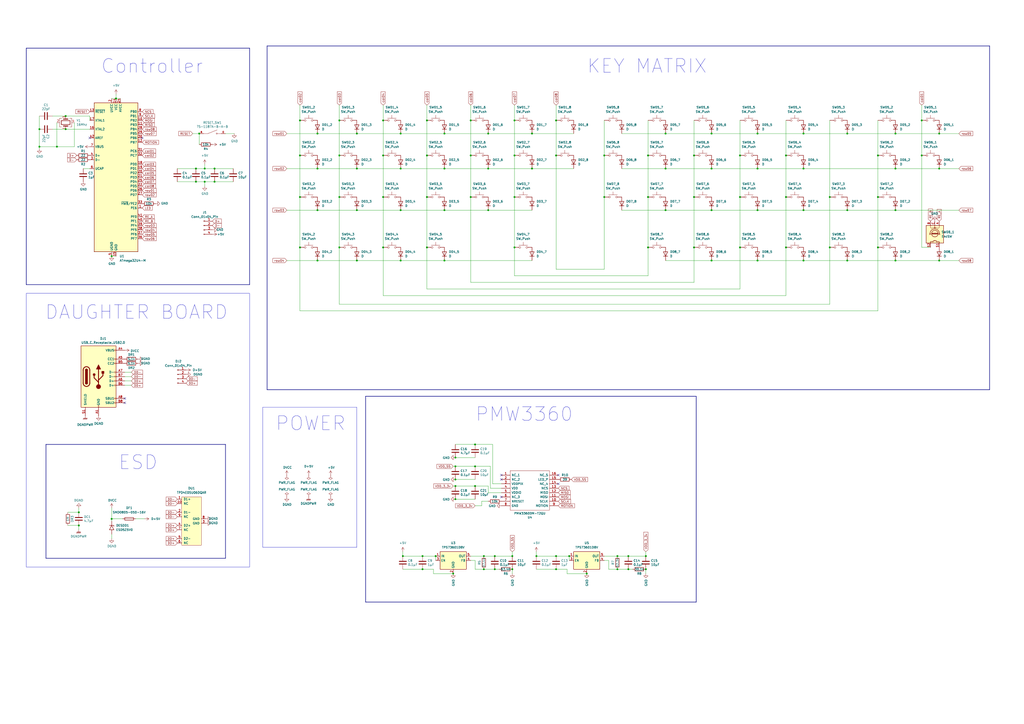
<source format=kicad_sch>
(kicad_sch (version 20231120) (generator "eeschema") (generator_version "8.0")
  (paper "A2")
  (junction (at 245.11 322.58))
  (junction (at 124.46 105.41))
  (junction (at 38.1 67.31))
  (junction (at 386.08 97.79))
  (junction (at 364.49 322.58))
  (junction (at 491.49 121.92))
  (junction (at 519.43 97.79))
  (junction (at 544.83 151.13))
  (junction (at 222.25 69.85))
  (junction (at 184.15 121.92))
  (junction (at 264.16 278.13))
  (junction (at 311.15 322.58))
  (junction (at 439.42 77.47))
  (junction (at 402.59 114.3))
  (junction (at 196.85 143.51))
  (junction (at 350.52 114.3))
  (junction (at 247.65 69.85))
  (junction (at 544.83 97.79))
  (junction (at 184.15 77.47))
  (junction (at 232.41 121.92))
  (junction (at 491.49 151.13))
  (junction (at 340.36 332.74))
  (junction (at 207.01 97.79))
  (junction (at 222.25 114.3))
  (junction (at 124.46 97.79))
  (junction (at 287.02 322.58))
  (junction (at 429.26 114.3))
  (junction (at 283.21 77.47))
  (junction (at 196.85 90.17))
  (junction (at 534.67 90.17))
  (junction (at 283.21 121.92))
  (junction (at 439.42 97.79))
  (junction (at 233.68 322.58))
  (junction (at 298.45 114.3))
  (junction (at 45.72 304.8))
  (junction (at 519.43 121.92))
  (junction (at 386.08 77.47))
  (junction (at 322.58 90.17))
  (junction (at 207.01 151.13))
  (junction (at 118.745 105.41))
  (junction (at 439.42 121.92))
  (junction (at 264.16 270.51))
  (junction (at 298.45 143.51))
  (junction (at 402.59 143.51))
  (junction (at 455.93 90.17))
  (junction (at 196.85 69.85))
  (junction (at 113.665 105.41))
  (junction (at 412.75 77.47))
  (junction (at 38.1 74.93))
  (junction (at 22.86 85.09))
  (junction (at 466.09 77.47))
  (junction (at 455.93 143.51))
  (junction (at 247.65 114.3))
  (junction (at 275.59 270.51))
  (junction (at 184.15 97.79))
  (junction (at 322.58 330.2))
  (junction (at 264.16 265.43))
  (junction (at 509.27 143.51))
  (junction (at 173.99 143.51))
  (junction (at 322.58 69.85))
  (junction (at 519.43 77.47))
  (junction (at 207.01 77.47))
  (junction (at 45.72 297.18))
  (junction (at 412.75 121.92))
  (junction (at 257.81 151.13))
  (junction (at 509.27 90.17))
  (junction (at 232.41 151.13))
  (junction (at 412.75 97.79))
  (junction (at 283.21 97.79))
  (junction (at 429.26 143.51))
  (junction (at 257.81 97.79))
  (junction (at 509.27 114.3))
  (junction (at 544.83 77.47))
  (junction (at 252.73 322.58))
  (junction (at 402.59 90.17))
  (junction (at 298.45 69.85))
  (junction (at 375.92 90.17))
  (junction (at 273.05 90.17))
  (junction (at 364.49 330.2))
  (junction (at 222.25 143.51))
  (junction (at 64.77 300.99))
  (junction (at 33.02 85.09))
  (junction (at 358.14 322.58))
  (junction (at 173.99 114.3))
  (junction (at 232.41 77.47))
  (junction (at 412.75 151.13))
  (junction (at 264.16 281.94))
  (junction (at 481.33 114.3))
  (junction (at 67.31 57.15))
  (junction (at 308.61 97.79))
  (junction (at 173.99 90.17))
  (junction (at 374.65 322.58))
  (junction (at 455.93 114.3))
  (junction (at 232.41 97.79))
  (junction (at 297.18 322.58))
  (junction (at 113.665 97.79))
  (junction (at 330.2 322.58))
  (junction (at 429.26 90.17))
  (junction (at 207.01 121.92))
  (junction (at 374.65 330.2))
  (junction (at 184.15 151.13))
  (junction (at 322.58 322.58))
  (junction (at 273.05 114.3))
  (junction (at 173.99 69.85))
  (junction (at 308.61 77.47))
  (junction (at 350.52 90.17))
  (junction (at 386.08 121.92))
  (junction (at 275.59 281.94))
  (junction (at 64.77 148.59))
  (junction (at 247.65 90.17))
  (junction (at 115.57 77.47))
  (junction (at 375.92 114.3))
  (junction (at 298.45 90.17))
  (junction (at 466.09 151.13))
  (junction (at 519.43 151.13))
  (junction (at 481.33 143.51))
  (junction (at 196.85 114.3))
  (junction (at 257.81 121.92))
  (junction (at 358.14 330.2))
  (junction (at 280.67 322.58))
  (junction (at 466.09 121.92))
  (junction (at 247.65 143.51))
  (junction (at 257.81 77.47))
  (junction (at 280.67 330.2))
  (junction (at 222.25 90.17))
  (junction (at 275.59 257.81))
  (junction (at 439.42 151.13))
  (junction (at 297.18 330.2))
  (junction (at 22.86 74.93))
  (junction (at 534.67 69.85))
  (junction (at 273.05 69.85))
  (junction (at 287.02 330.2))
  (junction (at 466.09 97.79))
  (junction (at 375.92 143.51))
  (junction (at 118.745 97.79))
  (junction (at 262.89 332.74))
  (junction (at 491.49 77.47))
  (junction (at 264.16 289.56))
  (junction (at 245.11 330.2))
  (no_connect (at 290.83 275.59))
  (no_connect (at 72.39 233.68))
  (no_connect (at 52.07 80.01))
  (no_connect (at 290.83 278.13))
  (no_connect (at 323.85 280.67))
  (no_connect (at 323.85 275.59))
  (no_connect (at 82.55 80.01))
  (no_connect (at 290.83 288.29))
  (no_connect (at 72.39 231.14))
  (wire (pts (xy 113.665 105.41) (xy 102.87 105.41)))
  (wire (pts (xy 402.59 143.51) (xy 402.59 163.83)))
  (wire (pts (xy 298.45 160.02) (xy 375.92 160.02)))
  (wire (pts (xy 412.75 121.92) (xy 439.42 121.92)))
  (wire (pts (xy 287.02 330.2) (xy 289.56 330.2)))
  (wire (pts (xy 275.59 281.94) (xy 283.21 281.94)))
  (wire (pts (xy 439.42 77.47) (xy 466.09 77.47)))
  (wire (pts (xy 196.85 69.85) (xy 196.85 90.17)))
  (wire (pts (xy 233.68 322.58) (xy 245.11 322.58)))
  (wire (pts (xy 264.16 265.43) (xy 275.59 265.43)))
  (wire (pts (xy 353.06 330.2) (xy 353.06 325.12)))
  (wire (pts (xy 252.73 322.58) (xy 252.73 325.12)))
  (wire (pts (xy 285.75 280.67) (xy 285.75 257.81)))
  (wire (pts (xy 39.37 297.18) (xy 45.72 297.18)))
  (wire (pts (xy 308.61 97.79) (xy 332.74 97.79)))
  (bus (pts (xy 154.94 226.06) (xy 574.04 226.06)))
  (wire (pts (xy 509.27 143.51) (xy 509.27 180.34)))
  (wire (pts (xy 519.43 77.47) (xy 544.83 77.47)))
  (wire (pts (xy 330.2 322.58) (xy 330.2 325.12)))
  (wire (pts (xy 534.67 90.17) (xy 534.67 143.51)))
  (wire (pts (xy 232.41 77.47) (xy 257.81 77.47)))
  (wire (pts (xy 283.21 77.47) (xy 308.61 77.47)))
  (wire (pts (xy 360.68 121.92) (xy 386.08 121.92)))
  (wire (pts (xy 328.93 332.74) (xy 340.36 332.74)))
  (wire (pts (xy 38.1 74.93) (xy 52.07 74.93)))
  (wire (pts (xy 556.26 121.92) (xy 519.43 121.92)))
  (wire (pts (xy 196.85 60.96) (xy 196.85 69.85)))
  (wire (pts (xy 491.49 77.47) (xy 519.43 77.47)))
  (wire (pts (xy 481.33 114.3) (xy 481.33 143.51)))
  (wire (pts (xy 67.31 57.15) (xy 69.85 57.15)))
  (wire (pts (xy 173.99 90.17) (xy 173.99 114.3)))
  (wire (pts (xy 429.26 90.17) (xy 429.26 114.3)))
  (wire (pts (xy 275.59 270.51) (xy 284.48 270.51)))
  (wire (pts (xy 360.68 97.79) (xy 386.08 97.79)))
  (wire (pts (xy 184.15 97.79) (xy 207.01 97.79)))
  (wire (pts (xy 43.18 71.12) (xy 43.18 85.09)))
  (wire (pts (xy 264.16 281.94) (xy 275.59 281.94)))
  (wire (pts (xy 118.745 105.41) (xy 113.665 105.41)))
  (wire (pts (xy 196.85 90.17) (xy 196.85 114.3)))
  (wire (pts (xy 124.46 105.41) (xy 135.255 105.41)))
  (wire (pts (xy 412.75 151.13) (xy 439.42 151.13)))
  (wire (pts (xy 207.01 121.92) (xy 232.41 121.92)))
  (wire (pts (xy 556.26 77.47) (xy 544.83 77.47)))
  (wire (pts (xy 439.42 121.92) (xy 466.09 121.92)))
  (wire (pts (xy 412.75 77.47) (xy 439.42 77.47)))
  (wire (pts (xy 247.65 90.17) (xy 247.65 114.3)))
  (bus (pts (xy 26.67 257.81) (xy 26.67 323.85)))
  (wire (pts (xy 184.15 77.47) (xy 207.01 77.47)))
  (wire (pts (xy 33.02 85.09) (xy 43.18 85.09)))
  (wire (pts (xy 232.41 97.79) (xy 257.81 97.79)))
  (wire (pts (xy 350.52 69.85) (xy 350.52 90.17)))
  (wire (pts (xy 22.86 74.93) (xy 22.86 85.09)))
  (wire (pts (xy 72.39 215.9) (xy 76.2 215.9)))
  (wire (pts (xy 481.33 176.53) (xy 481.33 143.51)))
  (wire (pts (xy 67.31 54.61) (xy 67.31 57.15)))
  (wire (pts (xy 322.58 156.21) (xy 350.52 156.21)))
  (wire (pts (xy 111.76 77.47) (xy 115.57 77.47)))
  (wire (pts (xy 45.72 294.64) (xy 45.72 297.18)))
  (bus (pts (xy 212.09 229.87) (xy 212.09 349.25)))
  (wire (pts (xy 280.67 330.2) (xy 275.59 330.2)))
  (bus (pts (xy 574.04 26.67) (xy 154.94 26.67)))
  (wire (pts (xy 166.37 97.79) (xy 184.15 97.79)))
  (wire (pts (xy 22.86 85.09) (xy 33.02 85.09)))
  (wire (pts (xy 509.27 69.85) (xy 509.27 90.17)))
  (wire (pts (xy 247.65 143.51) (xy 247.65 167.64)))
  (wire (pts (xy 534.67 143.51) (xy 539.75 143.51)))
  (wire (pts (xy 222.25 60.96) (xy 222.25 69.85)))
  (wire (pts (xy 298.45 60.96) (xy 298.45 69.85)))
  (wire (pts (xy 375.92 114.3) (xy 375.92 143.51)))
  (wire (pts (xy 196.85 114.3) (xy 196.85 143.51)))
  (wire (pts (xy 519.43 97.79) (xy 544.83 97.79)))
  (wire (pts (xy 22.86 67.31) (xy 22.86 74.93)))
  (wire (pts (xy 64.77 300.99) (xy 64.77 294.64)))
  (wire (pts (xy 386.08 151.13) (xy 412.75 151.13)))
  (bus (pts (xy 403.86 349.25) (xy 403.86 229.87)))
  (wire (pts (xy 30.48 74.93) (xy 38.1 74.93)))
  (wire (pts (xy 402.59 69.85) (xy 402.59 90.17)))
  (wire (pts (xy 287.02 322.58) (xy 297.18 322.58)))
  (wire (pts (xy 290.83 280.67) (xy 285.75 280.67)))
  (wire (pts (xy 173.99 114.3) (xy 173.99 143.51)))
  (wire (pts (xy 257.81 77.47) (xy 283.21 77.47)))
  (wire (pts (xy 429.26 69.85) (xy 429.26 90.17)))
  (wire (pts (xy 115.57 77.47) (xy 115.57 83.82)))
  (bus (pts (xy 574.04 226.06) (xy 574.04 26.67)))
  (wire (pts (xy 222.25 69.85) (xy 222.25 90.17)))
  (wire (pts (xy 402.59 90.17) (xy 402.59 114.3)))
  (bus (pts (xy 144.78 165.1) (xy 144.78 27.94)))
  (bus (pts (xy 130.81 323.85) (xy 26.67 323.85)))
  (wire (pts (xy 166.37 151.13) (xy 184.15 151.13)))
  (wire (pts (xy 273.05 69.85) (xy 273.05 90.17)))
  (wire (pts (xy 375.92 69.85) (xy 375.92 90.17)))
  (wire (pts (xy 534.67 69.85) (xy 534.67 90.17)))
  (wire (pts (xy 257.81 97.79) (xy 283.21 97.79)))
  (wire (pts (xy 386.08 121.92) (xy 412.75 121.92)))
  (wire (pts (xy 311.15 330.2) (xy 322.58 330.2)))
  (wire (pts (xy 322.58 60.96) (xy 322.58 69.85)))
  (wire (pts (xy 455.93 69.85) (xy 455.93 90.17)))
  (wire (pts (xy 412.75 97.79) (xy 439.42 97.79)))
  (wire (pts (xy 297.18 320.04) (xy 297.18 322.58)))
  (wire (pts (xy 534.67 60.96) (xy 534.67 69.85)))
  (wire (pts (xy 273.05 60.96) (xy 273.05 69.85)))
  (wire (pts (xy 38.1 67.31) (xy 52.07 67.31)))
  (wire (pts (xy 39.37 304.8) (xy 45.72 304.8)))
  (wire (pts (xy 173.99 69.85) (xy 173.99 90.17)))
  (wire (pts (xy 358.14 322.58) (xy 364.49 322.58)))
  (wire (pts (xy 350.52 322.58) (xy 358.14 322.58)))
  (wire (pts (xy 283.21 121.92) (xy 308.61 121.92)))
  (wire (pts (xy 429.26 143.51) (xy 429.26 167.64)))
  (wire (pts (xy 275.59 330.2) (xy 275.59 325.12)))
  (wire (pts (xy 358.14 330.2) (xy 353.06 330.2)))
  (wire (pts (xy 118.745 97.79) (xy 113.665 97.79)))
  (wire (pts (xy 284.48 270.51) (xy 284.48 283.21)))
  (bus (pts (xy 15.24 165.1) (xy 144.78 165.1)))
  (wire (pts (xy 279.4 293.37) (xy 275.59 293.37)))
  (wire (pts (xy 358.14 330.2) (xy 364.49 330.2)))
  (wire (pts (xy 124.46 105.41) (xy 118.745 105.41)))
  (wire (pts (xy 375.92 160.02) (xy 375.92 143.51)))
  (wire (pts (xy 350.52 90.17) (xy 350.52 114.3)))
  (wire (pts (xy 262.89 281.94) (xy 264.16 281.94)))
  (wire (pts (xy 519.43 151.13) (xy 544.83 151.13)))
  (wire (pts (xy 30.48 67.31) (xy 38.1 67.31)))
  (wire (pts (xy 166.37 121.92) (xy 184.15 121.92)))
  (wire (pts (xy 298.45 69.85) (xy 298.45 90.17)))
  (wire (pts (xy 124.46 97.79) (xy 135.255 97.79)))
  (wire (pts (xy 284.48 283.21) (xy 290.83 283.21)))
  (wire (pts (xy 232.41 121.92) (xy 257.81 121.92)))
  (wire (pts (xy 22.86 85.09) (xy 22.86 86.36)))
  (wire (pts (xy 283.21 285.75) (xy 283.21 281.94)))
  (wire (pts (xy 298.45 90.17) (xy 298.45 114.3)))
  (wire (pts (xy 64.77 312.42) (xy 64.77 309.88)))
  (wire (pts (xy 491.49 121.92) (xy 519.43 121.92)))
  (wire (pts (xy 481.33 69.85) (xy 481.33 114.3)))
  (wire (pts (xy 184.15 121.92) (xy 207.01 121.92)))
  (wire (pts (xy 322.58 90.17) (xy 322.58 156.21)))
  (wire (pts (xy 350.52 114.3) (xy 350.52 156.21)))
  (wire (pts (xy 233.68 320.04) (xy 233.68 322.58)))
  (wire (pts (xy 245.11 322.58) (xy 252.73 322.58)))
  (wire (pts (xy 374.65 332.74) (xy 374.65 330.2)))
  (wire (pts (xy 273.05 163.83) (xy 402.59 163.83)))
  (wire (pts (xy 311.15 320.04) (xy 311.15 322.58)))
  (wire (pts (xy 322.58 322.58) (xy 330.2 322.58)))
  (wire (pts (xy 298.45 143.51) (xy 298.45 160.02)))
  (bus (pts (xy 154.94 26.67) (xy 154.94 226.06)))
  (wire (pts (xy 251.46 330.2) (xy 251.46 332.74)))
  (wire (pts (xy 280.67 322.58) (xy 287.02 322.58)))
  (wire (pts (xy 264.16 270.51) (xy 275.59 270.51)))
  (wire (pts (xy 402.59 114.3) (xy 402.59 143.51)))
  (wire (pts (xy 353.06 325.12) (xy 350.52 325.12)))
  (wire (pts (xy 262.89 270.51) (xy 264.16 270.51)))
  (wire (pts (xy 264.16 257.81) (xy 275.59 257.81)))
  (wire (pts (xy 102.87 97.79) (xy 113.665 97.79)))
  (wire (pts (xy 322.58 330.2) (xy 328.93 330.2)))
  (wire (pts (xy 173.99 60.96) (xy 173.99 69.85)))
  (wire (pts (xy 264.16 289.56) (xy 275.59 289.56)))
  (wire (pts (xy 245.11 330.2) (xy 251.46 330.2)))
  (wire (pts (xy 45.72 307.34) (xy 45.72 304.8)))
  (wire (pts (xy 280.67 330.2) (xy 287.02 330.2)))
  (wire (pts (xy 264.16 278.13) (xy 275.59 278.13)))
  (wire (pts (xy 130.81 77.47) (xy 135.89 77.47)))
  (wire (pts (xy 247.65 60.96) (xy 247.65 69.85)))
  (wire (pts (xy 207.01 77.47) (xy 232.41 77.47)))
  (wire (pts (xy 257.81 121.92) (xy 283.21 121.92)))
  (wire (pts (xy 298.45 114.3) (xy 298.45 143.51)))
  (wire (pts (xy 439.42 97.79) (xy 466.09 97.79)))
  (wire (pts (xy 71.12 300.99) (xy 64.77 300.99)))
  (wire (pts (xy 222.25 171.45) (xy 455.93 171.45)))
  (wire (pts (xy 273.05 114.3) (xy 273.05 163.83)))
  (wire (pts (xy 273.05 90.17) (xy 273.05 114.3)))
  (wire (pts (xy 455.93 114.3) (xy 455.93 143.51)))
  (wire (pts (xy 48.26 97.79) (xy 52.07 97.79)))
  (wire (pts (xy 118.745 107.95) (xy 118.745 105.41)))
  (wire (pts (xy 257.81 151.13) (xy 308.61 151.13)))
  (wire (pts (xy 283.21 97.79) (xy 308.61 97.79)))
  (wire (pts (xy 184.15 151.13) (xy 207.01 151.13)))
  (wire (pts (xy 509.27 114.3) (xy 509.27 143.51)))
  (wire (pts (xy 360.68 77.47) (xy 386.08 77.47)))
  (wire (pts (xy 247.65 69.85) (xy 247.65 90.17)))
  (wire (pts (xy 509.27 90.17) (xy 509.27 114.3)))
  (wire (pts (xy 374.65 320.04) (xy 374.65 322.58)))
  (wire (pts (xy 364.49 330.2) (xy 367.03 330.2)))
  (wire (pts (xy 247.65 114.3) (xy 247.65 143.51)))
  (wire (pts (xy 173.99 143.51) (xy 173.99 180.34)))
  (bus (pts (xy 130.81 257.81) (xy 130.81 323.85)))
  (bus (pts (xy 26.67 257.81) (xy 130.81 257.81)))
  (wire (pts (xy 466.09 77.47) (xy 491.49 77.47)))
  (wire (pts (xy 33.02 71.12) (xy 33.02 85.09)))
  (wire (pts (xy 207.01 97.79) (xy 232.41 97.79)))
  (wire (pts (xy 297.18 332.74) (xy 297.18 330.2)))
  (bus (pts (xy 212.09 349.25) (xy 403.86 349.25)))
  (wire (pts (xy 222.25 114.3) (xy 222.25 143.51)))
  (wire (pts (xy 322.58 69.85) (xy 322.58 90.17)))
  (bus (pts (xy 212.09 229.87) (xy 403.86 229.87)))
  (wire (pts (xy 222.25 90.17) (xy 222.25 114.3)))
  (wire (pts (xy 455.93 171.45) (xy 455.93 143.51)))
  (wire (pts (xy 207.01 151.13) (xy 232.41 151.13)))
  (wire (pts (xy 275.59 325.12) (xy 273.05 325.12)))
  (wire (pts (xy 124.46 97.79) (xy 118.745 97.79)))
  (wire (pts (xy 247.65 167.64) (xy 429.26 167.64)))
  (wire (pts (xy 328.93 330.2) (xy 328.93 332.74)))
  (wire (pts (xy 64.77 148.59) (xy 67.31 148.59)))
  (wire (pts (xy 279.4 290.83) (xy 279.4 293.37)))
  (wire (pts (xy 273.05 322.58) (xy 280.67 322.58)))
  (wire (pts (xy 466.09 121.92) (xy 491.49 121.92)))
  (wire (pts (xy 439.42 151.13) (xy 466.09 151.13)))
  (wire (pts (xy 222.25 143.51) (xy 222.25 171.45)))
  (wire (pts (xy 285.75 257.81) (xy 275.59 257.81)))
  (wire (pts (xy 233.68 330.2) (xy 245.11 330.2)))
  (wire (pts (xy 544.83 151.13) (xy 556.26 151.13)))
  (wire (pts (xy 72.39 223.52) (xy 76.2 223.52)))
  (wire (pts (xy 386.08 77.47) (xy 412.75 77.47)))
  (wire (pts (xy 64.77 302.26) (xy 64.77 300.99)))
  (wire (pts (xy 375.92 90.17) (xy 375.92 114.3)))
  (wire (pts (xy 52.07 69.85) (xy 52.07 67.31)))
  (wire (pts (xy 491.49 151.13) (xy 519.43 151.13)))
  (wire (pts (xy 251.46 332.74) (xy 262.89 332.74)))
  (wire (pts (xy 556.26 97.79) (xy 544.83 97.79)))
  (wire (pts (xy 166.37 77.47) (xy 184.15 77.47)))
  (wire (pts (xy 72.39 220.98) (xy 76.2 220.98)))
  (wire (pts (xy 509.27 180.34) (xy 173.99 180.34)))
  (wire (pts (xy 283.21 290.83) (xy 279.4 290.83)))
  (wire (pts (xy 308.61 77.47) (xy 332.74 77.47)))
  (wire (pts (xy 364.49 322.58) (xy 374.65 322.58)))
  (wire (pts (xy 196.85 143.51) (xy 196.85 176.53)))
  (wire (pts (xy 196.85 176.53) (xy 481.33 176.53)))
  (wire (pts (xy 72.39 218.44) (xy 76.2 218.44)))
  (wire (pts (xy 232.41 151.13) (xy 257.81 151.13)))
  (wire (pts (xy 466.09 97.79) (xy 519.43 97.79)))
  (wire (pts (xy 83.82 300.99) (xy 78.74 300.99)))
  (bus (pts (xy 15.24 27.94) (xy 15.24 165.1)))
  (wire (pts (xy 311.15 322.58) (xy 322.58 322.58)))
  (wire (pts (xy 64.77 57.15) (xy 67.31 57.15)))
  (wire (pts (xy 386.08 97.79) (xy 412.75 97.79)))
  (wire (pts (xy 455.93 90.17) (xy 455.93 114.3)))
  (wire (pts (xy 290.83 285.75) (xy 283.21 285.75)))
  (wire (pts (xy 118.745 95.25) (xy 118.745 97.79)))
  (wire (pts (xy 466.09 151.13) (xy 491.49 151.13)))
  (bus (pts (xy 144.78 27.94) (xy 15.24 27.94)))
  (wire (pts (xy 429.26 114.3) (xy 429.26 143.51)))
  (rectangle (start 152.4 236.22) (end 207.01 317.5))
  (rectangle (start 15.24 170.18) (end 144.78 328.93))
  (text "DAUGHTER BOARD" (at 25.908 185.928 0) (effects (font (size 8 8)) (justify left bottom)))
  (text "ESD" (at 68.58 273.05 0) (effects (font (size 8 8)) (justify left bottom)))
  (text "Controller" (at 58.42 43.18 0) (effects (font (size 8 8)) (justify left bottom)))
  (text "KEY MATRIX" (at 340.36 43.18 0) (effects (font (size 8 8)) (justify left bottom)))
  (text "PMW3360" (at 275.59 245.11 0) (effects (font (size 8 8)) (justify left bottom)))
  (text "POWER" (at 159.766 250.444 0) (effects (font (size 8 8)) (justify left bottom)))
  (global_label "row08" (shape input) (at 82.55 74.93 0) (property "Intersheetrefs" "${INTERSHEET_REFS}" (effects (hide yes))))
  (global_label "VDD_3_3v" (shape input) (at 262.89 281.94 180) (property "Intersheetrefs" "${INTERSHEET_REFS}" (effects (hide yes))))
  (global_label "col03" (shape input) (at 82.55 95.25 0) (property "Intersheetrefs" "${INTERSHEET_REFS}" (effects (hide yes))))
  (global_label "row07" (shape input) (at 82.55 77.47 0) (property "Intersheetrefs" "${INTERSHEET_REFS}" (effects (hide yes))))
  (global_label "DD-" (shape input) (at 76.2 215.9 0) (property "Intersheetrefs" "${INTERSHEET_REFS}" (effects (hide yes))))
  (global_label "D-" (shape input) (at 44.45 92.71 180) (property "Intersheetrefs" "${INTERSHEET_REFS}" (effects (hide yes))))
  (global_label "RESET" (shape input) (at 52.07 64.77 180) (property "Intersheetrefs" "${INTERSHEET_REFS}" (effects (hide yes))))
  (global_label "MISO" (shape input) (at 323.85 285.75 0) (property "Intersheetrefs" "${INTERSHEET_REFS}" (effects (hide yes))))
  (global_label "row01" (shape input) (at 82.55 110.49 0) (property "Intersheetrefs" "${INTERSHEET_REFS}" (effects (hide yes))))
  (global_label "row01" (shape input) (at 166.37 77.47 180) (property "Intersheetrefs" "${INTERSHEET_REFS}" (effects (hide yes))))
  (global_label "col01" (shape input) (at 82.55 87.63 0) (property "Intersheetrefs" "${INTERSHEET_REFS}" (effects (hide yes))))
  (global_label "col01" (shape input) (at 534.67 60.96 90) (property "Intersheetrefs" "${INTERSHEET_REFS}" (effects (hide yes))))
  (global_label "MISO" (shape input) (at 82.55 72.39 0) (property "Intersheetrefs" "${INTERSHEET_REFS}" (effects (hide yes))))
  (global_label "DD+" (shape input) (at 102.87 314.96 180) (property "Intersheetrefs" "${INTERSHEET_REFS}" (effects (hide yes))))
  (global_label "NCS" (shape input) (at 323.85 283.21 0) (property "Intersheetrefs" "${INTERSHEET_REFS}" (effects (hide yes))))
  (global_label "DD-" (shape input) (at 102.87 289.56 180) (property "Intersheetrefs" "${INTERSHEET_REFS}" (effects (hide yes))))
  (global_label "RE_A" (shape input) (at 544.83 128.27 90) (property "Intersheetrefs" "${INTERSHEET_REFS}" (effects (hide yes))))
  (global_label "VDD_SS" (shape input) (at 297.18 320.04 90) (property "Intersheetrefs" "${INTERSHEET_REFS}" (effects (hide yes))))
  (global_label "row05" (shape input) (at 82.55 135.89 0) (property "Intersheetrefs" "${INTERSHEET_REFS}" (effects (hide yes))))
  (global_label "col08" (shape input) (at 82.55 107.95 0) (property "Intersheetrefs" "${INTERSHEET_REFS}" (effects (hide yes))))
  (global_label "row06" (shape input) (at 82.55 138.43 0) (property "Intersheetrefs" "${INTERSHEET_REFS}" (effects (hide yes))))
  (global_label "NCS" (shape input) (at 82.55 64.77 0) (property "Intersheetrefs" "${INTERSHEET_REFS}" (effects (hide yes))))
  (global_label "SCLK" (shape input) (at 323.85 290.83 0) (property "Intersheetrefs" "${INTERSHEET_REFS}" (effects (hide yes))))
  (global_label "col04" (shape input) (at 222.25 60.96 90) (property "Intersheetrefs" "${INTERSHEET_REFS}" (effects (hide yes))))
  (global_label "row08" (shape input) (at 556.26 151.13 0) (property "Intersheetrefs" "${INTERSHEET_REFS}" (effects (hide yes))))
  (global_label "col06" (shape input) (at 82.55 102.87 0) (property "Intersheetrefs" "${INTERSHEET_REFS}" (effects (hide yes))))
  (global_label "row04" (shape input) (at 82.55 133.35 0) (property "Intersheetrefs" "${INTERSHEET_REFS}" (effects (hide yes))))
  (global_label "row02" (shape input) (at 166.37 97.79 180) (property "Intersheetrefs" "${INTERSHEET_REFS}" (effects (hide yes))))
  (global_label "col06" (shape input) (at 273.05 60.96 90) (property "Intersheetrefs" "${INTERSHEET_REFS}" (effects (hide yes))))
  (global_label "MOTION" (shape input) (at 323.85 293.37 0) (property "Intersheetrefs" "${INTERSHEET_REFS}" (effects (hide yes))))
  (global_label "col05" (shape input) (at 82.55 100.33 0) (property "Intersheetrefs" "${INTERSHEET_REFS}" (effects (hide yes))))
  (global_label "D+" (shape input) (at 44.45 90.17 180) (property "Intersheetrefs" "${INTERSHEET_REFS}" (effects (hide yes))))
  (global_label "row06" (shape input) (at 556.26 97.79 0) (property "Intersheetrefs" "${INTERSHEET_REFS}" (effects (hide yes))))
  (global_label "MOSI" (shape input) (at 82.55 69.85 0) (property "Intersheetrefs" "${INTERSHEET_REFS}" (effects (hide yes))))
  (global_label "DD+" (shape input) (at 102.87 307.34 180) (property "Intersheetrefs" "${INTERSHEET_REFS}" (effects (hide yes))))
  (global_label "col07" (shape input) (at 82.55 105.41 0) (property "Intersheetrefs" "${INTERSHEET_REFS}" (effects (hide yes))))
  (global_label "DD-" (shape input) (at 102.87 297.18 180) (property "Intersheetrefs" "${INTERSHEET_REFS}" (effects (hide yes))))
  (global_label "col08" (shape input) (at 322.58 60.96 90) (property "Intersheetrefs" "${INTERSHEET_REFS}" (effects (hide yes))))
  (global_label "row07" (shape input) (at 556.26 121.92 0) (property "Intersheetrefs" "${INTERSHEET_REFS}" (effects (hide yes))))
  (global_label "D+" (shape input) (at 123.19 128.27 0) (property "Intersheetrefs" "${INTERSHEET_REFS}" (effects (hide yes))))
  (global_label "DD-" (shape input) (at 107.95 219.71 0) (property "Intersheetrefs" "${INTERSHEET_REFS}" (effects (hide yes))))
  (global_label "col07" (shape input) (at 298.45 60.96 90) (property "Intersheetrefs" "${INTERSHEET_REFS}" (effects (hide yes))))
  (global_label "DD+" (shape input) (at 107.95 222.25 0) (property "Intersheetrefs" "${INTERSHEET_REFS}" (effects (hide yes))))
  (global_label "D-" (shape input) (at 123.19 130.81 0) (property "Intersheetrefs" "${INTERSHEET_REFS}" (effects (hide yes))))
  (global_label "row02" (shape input) (at 82.55 113.03 0) (property "Intersheetrefs" "${INTERSHEET_REFS}" (effects (hide yes))))
  (global_label "col05" (shape input) (at 247.65 60.96 90) (property "Intersheetrefs" "${INTERSHEET_REFS}" (effects (hide yes))))
  (global_label "RESET" (shape input) (at 111.76 77.47 180) (property "Intersheetrefs" "${INTERSHEET_REFS}" (effects (hide yes))))
  (global_label "col02" (shape input) (at 82.55 90.17 0) (property "Intersheetrefs" "${INTERSHEET_REFS}" (effects (hide yes))))
  (global_label "DD+" (shape input) (at 76.2 223.52 0) (property "Intersheetrefs" "${INTERSHEET_REFS}" (effects (hide yes))))
  (global_label "DD-" (shape input) (at 102.87 299.72 180) (property "Intersheetrefs" "${INTERSHEET_REFS}" (effects (hide yes))))
  (global_label "VDD_3_3v" (shape input) (at 275.59 293.37 180) (property "Intersheetrefs" "${INTERSHEET_REFS}" (effects (hide yes))))
  (global_label "DD+" (shape input) (at 76.2 220.98 0) (property "Intersheetrefs" "${INTERSHEET_REFS}" (effects (hide yes))))
  (global_label "MOTION" (shape input) (at 82.55 82.55 0) (property "Intersheetrefs" "${INTERSHEET_REFS}" (effects (hide yes))))
  (global_label "col02" (shape input) (at 173.99 60.96 90) (property "Intersheetrefs" "${INTERSHEET_REFS}" (effects (hide yes))))
  (global_label "col03" (shape input) (at 196.85 60.96 90) (property "Intersheetrefs" "${INTERSHEET_REFS}" (effects (hide yes))))
  (global_label "VDD_3_3v" (shape input) (at 374.65 320.04 90) (property "Intersheetrefs" "${INTERSHEET_REFS}" (effects (hide yes))))
  (global_label "DD+" (shape input) (at 102.87 312.42 180) (property "Intersheetrefs" "${INTERSHEET_REFS}" (effects (hide yes))))
  (global_label "DD-" (shape input) (at 102.87 292.1 180) (property "Intersheetrefs" "${INTERSHEET_REFS}" (effects (hide yes))))
  (global_label "row04" (shape input) (at 166.37 151.13 180) (property "Intersheetrefs" "${INTERSHEET_REFS}" (effects (hide yes))))
  (global_label "row03" (shape input) (at 82.55 130.81 0) (property "Intersheetrefs" "${INTERSHEET_REFS}" (effects (hide yes))))
  (global_label "RE_B" (shape input) (at 82.55 128.27 0) (property "Intersheetrefs" "${INTERSHEET_REFS}" (effects (hide yes))))
  (global_label "row03" (shape input) (at 166.37 121.92 180) (property "Intersheetrefs" "${INTERSHEET_REFS}" (effects (hide yes))))
  (global_label "DD-" (shape input) (at 76.2 218.44 0) (property "Intersheetrefs" "${INTERSHEET_REFS}" (effects (hide yes))))
  (global_label "MOSI" (shape input) (at 323.85 288.29 0) (property "Intersheetrefs" "${INTERSHEET_REFS}" (effects (hide yes))))
  (global_label "VDD_SS" (shape input) (at 262.89 270.51 180) (property "Intersheetrefs" "${INTERSHEET_REFS}" (effects (hide yes))))
  (global_label "col04" (shape input) (at 82.55 97.79 0) (property "Intersheetrefs" "${INTERSHEET_REFS}" (effects (hide yes))))
  (global_label "LED" (shape input) (at 82.55 120.65 0) (property "Intersheetrefs" "${INTERSHEET_REFS}" (effects (hide yes))))
  (global_label "DD+" (shape input) (at 102.87 304.8 180) (property "Intersheetrefs" "${INTERSHEET_REFS}" (effects (hide yes))))
  (global_label "row05" (shape input) (at 556.26 77.47 0) (property "Intersheetrefs" "${INTERSHEET_REFS}" (effects (hide yes))))
  (global_label "RE_A" (shape input) (at 82.55 125.73 0) (property "Intersheetrefs" "${INTERSHEET_REFS}" (effects (hide yes))))
  (global_label "SCLK" (shape input) (at 82.55 67.31 0) (property "Intersheetrefs" "${INTERSHEET_REFS}" (effects (hide yes))))
  (global_label "VDD_SS" (shape input) (at 331.47 278.13 0) (property "Intersheetrefs" "${INTERSHEET_REFS}" (effects (hide yes))))
  (global_label "RE_B" (shape input) (at 539.75 128.27 90) (property "Intersheetrefs" "${INTERSHEET_REFS}" (effects (hide yes))))
  (symbol (lib_id "power:VCC") (at 166.37 275.59 0) (unit 1)
    (property "Reference" "#PWR04" (effects (hide yes)))
    (property "Value" "DVCC" (at 166.751 271.1958 0))
  )
  (symbol (lib_id "Switch:SW_Push") (at 461.01 114.3 0) (unit 1)
    (property "Reference" "SW07_4" (at 461.01 106.68 0))
    (property "Value" "SW_Push" (at 461.01 109.22 0))
    (property "Footprint" "MX_Only:MXOnly-1U-Hotswap" (effects (hide yes)))
    (property "LCSC" "C5156480" (effects (hide yes)))
  )
  (symbol (lib_id "Device:C") (at 135.255 101.6 0) (unit 1)
    (property "Reference" "C7" (at 138.176 100.4316 0) (effects (justify left)))
    (property "Value" "10μF" (at 138.176 102.743 0) (effects (justify left)))
    (property "Footprint" "Capacitor_SMD:C_1206_3216Metric" (effects (hide yes)))
    (property "LCSC" "C13585" (effects (hide yes)))
  )
  (symbol (lib_id "Device:C") (at 264.16 274.32 0) (unit 1)
    (property "Reference" "C17" (at 267.081 273.1516 0) (effects (justify left)))
    (property "Value" "0.1μF" (at 267.081 275.463 0) (effects (justify left)))
    (property "Footprint" "Capacitor_SMD:C_1206_3216Metric" (effects (hide yes)))
    (property "LCSC" "C24497" (effects (hide yes)))
  )
  (symbol (lib_id "Device:D") (at 257.81 73.66 90) (unit 1)
    (property "Reference" "D01_5" (at 260.35 72.3899 90) (effects (justify right)))
    (property "Value" "D" (at 260.35 74.9299 90) (effects (justify right)))
    (property "Footprint" "random-keyboard-parts:D_SOD-123-Pretty" (effects (hide yes)))
    (property "LCSC" "C81598" (effects (hide yes)))
  )
  (symbol (lib_id "Device:D") (at 466.09 147.32 90) (unit 1)
    (property "Reference" "D08_4" (at 468.63 146.0499 90) (effects (justify right)))
    (property "Value" "D" (at 468.63 148.5899 90) (effects (justify right)))
    (property "Footprint" "random-keyboard-parts:D_SOD-123-Pretty" (effects (hide yes)))
    (property "LCSC" "C81598" (effects (hide yes)))
  )
  (symbol (lib_id "Switch:SW_Push") (at 252.73 114.3 0) (unit 1)
    (property "Reference" "SW03_5" (at 252.73 106.68 0))
    (property "Value" "SW_Push" (at 252.73 109.22 0))
    (property "Footprint" "MX_Only:MXOnly-1U-Hotswap" (effects (hide yes)))
    (property "LCSC" "C5156480" (effects (hide yes)))
  )
  (symbol (lib_id "Switch:SW_Push") (at 434.34 114.3 0) (unit 1)
    (property "Reference" "SW07_5" (at 434.34 106.68 0))
    (property "Value" "SW_Push" (at 434.34 109.22 0))
    (property "Footprint" "MX_Only:MXOnly-1U-Hotswap" (effects (hide yes)))
    (property "LCSC" "C5156480" (effects (hide yes)))
  )
  (symbol (lib_id "Device:D") (at 257.81 118.11 90) (unit 1)
    (property "Reference" "D03_5" (at 260.35 116.8399 90) (effects (justify right)))
    (property "Value" "D" (at 260.35 119.3799 90) (effects (justify right)))
    (property "Footprint" "random-keyboard-parts:D_SOD-123-Pretty" (effects (hide yes)))
    (property "LCSC" "C81598" (effects (hide yes)))
  )
  (symbol (lib_id "Device:D") (at 308.61 93.98 90) (unit 1)
    (property "Reference" "D02_7" (at 311.15 92.7099 90) (effects (justify right)))
    (property "Value" "D" (at 311.15 95.2499 90) (effects (justify right)))
    (property "Footprint" "random-keyboard-parts:D_SOD-123-Pretty" (effects (hide yes)))
    (property "LCSC" "C81598" (effects (hide yes)))
  )
  (symbol (lib_id "Device:D") (at 386.08 73.66 90) (unit 1)
    (property "Reference" "D05_7" (at 388.62 72.3899 90) (effects (justify right)))
    (property "Value" "D" (at 388.62 74.9299 90) (effects (justify right)))
    (property "Footprint" "random-keyboard-parts:D_SOD-123-Pretty" (effects (hide yes)))
    (property "LCSC" "C81598" (effects (hide yes)))
  )
  (symbol (lib_id "Device:R") (at 76.2 208.28 270) (unit 1)
    (property "Reference" "DR1" (at 76.2 205.74 90))
    (property "Value" "5.1k" (at 76.2 208.28 90))
    (property "Footprint" "Resistor_SMD:R_1206_3216Metric" (effects (hide yes)))
    (property "LCSC" "C964991" (effects (hide yes)))
  )
  (symbol (lib_id "Device:C") (at 264.16 261.62 0) (unit 1)
    (property "Reference" "C16" (at 267.081 260.4516 0) (effects (justify left)))
    (property "Value" "4.7μF" (at 267.081 262.763 0) (effects (justify left)))
    (property "Footprint" "Capacitor_SMD:C_1206_3216Metric" (effects (hide yes)))
    (property "LCSC" "C29823" (effects (hide yes)))
  )
  (symbol (lib_id "Device:C") (at 297.18 326.39 0) (unit 1)
    (property "Reference" "C11" (at 300.101 325.2216 0) (effects (justify left)))
    (property "Value" "10μF" (at 300.101 327.533 0) (effects (justify left)))
    (property "Footprint" "Capacitor_SMD:C_1206_3216Metric" (effects (hide yes)))
    (property "LCSC" "C13585" (effects (hide yes)))
  )
  (symbol (lib_id "Device:D") (at 360.68 93.98 90) (unit 1)
    (property "Reference" "D06_8" (at 363.22 92.7099 90) (effects (justify right)))
    (property "Value" "D" (at 363.22 95.2499 90) (effects (justify right)))
    (property "Footprint" "random-keyboard-parts:D_SOD-123-Pretty" (effects (hide yes)))
    (property "LCSC" "C81598" (effects (hide yes)))
  )
  (symbol (lib_id "power:GND") (at 340.36 332.74 0) (unit 1)
    (property "Reference" "#PWR035" (effects (hide yes)))
    (property "Value" "GND" (at 340.487 335.9912 90) (effects (justify right)))
  )
  (symbol (lib_id "Device:D") (at 232.41 73.66 90) (unit 1)
    (property "Reference" "D01_4" (at 234.95 72.3899 90) (effects (justify right)))
    (property "Value" "D" (at 234.95 74.9299 90) (effects (justify right)))
    (property "Footprint" "random-keyboard-parts:D_SOD-123-Pretty" (effects (hide yes)))
    (property "LCSC" "C81598" (effects (hide yes)))
  )
  (symbol (lib_id "Switch:SW_Push") (at 278.13 114.3 0) (unit 1)
    (property "Reference" "SW03_6" (at 278.13 106.68 0))
    (property "Value" "SW_Push" (at 278.13 109.22 0))
    (property "Footprint" "MX_Only:MXOnly-1U-Hotswap" (effects (hide yes)))
    (property "LCSC" "C5156480" (effects (hide yes)))
  )
  (symbol (lib_id "power:GND") (at 45.72 294.64 180) (unit 1)
    (property "Reference" "#PWR07" (effects (hide yes)))
    (property "Value" "DGND" (at 45.593 290.2458 0))
  )
  (symbol (lib_id "power:VCC") (at 72.39 203.2 270) (unit 1)
    (property "Reference" "#PWR024" (effects (hide yes)))
    (property "Value" "DVCC" (at 75.6412 203.581 90) (effects (justify left)))
  )
  (symbol (lib_id "power:GND") (at 297.18 332.74 0) (unit 1)
    (property "Reference" "#PWR033" (effects (hide yes)))
    (property "Value" "GND" (at 297.307 335.9912 90) (effects (justify right)))
  )
  (symbol (lib_id "Switch:SW_Push") (at 179.07 69.85 0) (unit 1)
    (property "Reference" "SW01_2" (at 179.07 62.23 0))
    (property "Value" "SW_Push" (at 179.07 64.77 0))
    (property "Footprint" "MX_Only:MXOnly-1U-Hotswap" (effects (hide yes)))
    (property "LCSC" "C5156480" (effects (hide yes)))
  )
  (symbol (lib_id "Device:D") (at 308.61 147.32 90) (unit 1)
    (property "Reference" "D04_7" (at 311.15 146.0499 90) (effects (justify right)))
    (property "Value" "D" (at 311.15 148.5899 90) (effects (justify right)))
    (property "Footprint" "random-keyboard-parts:D_SOD-123-Pretty" (effects (hide yes)))
    (property "LCSC" "C81598" (effects (hide yes)))
  )
  (symbol (lib_id "Device:D") (at 184.15 73.66 90) (unit 1)
    (property "Reference" "D01_2" (at 186.69 72.3899 90) (effects (justify right)))
    (property "Value" "D" (at 186.69 74.9299 90) (effects (justify right)))
    (property "Footprint" "random-keyboard-parts:D_SOD-123-Pretty" (effects (hide yes)))
    (property "LCSC" "C81598" (effects (hide yes)))
  )
  (symbol (lib_id "Device:C") (at 311.15 326.39 0) (unit 1)
    (property "Reference" "C12" (at 314.071 325.2216 0) (effects (justify left)))
    (property "Value" "0.1μF" (at 314.071 327.533 0) (effects (justify left)))
    (property "Footprint" "Capacitor_SMD:C_1206_3216Metric" (effects (hide yes)))
    (property "LCSC" "C24497" (effects (hide yes)))
  )
  (symbol (lib_id "power:+5V") (at 107.95 214.63 270) (unit 1)
    (property "Reference" "#PWR040" (effects (hide yes)))
    (property "Value" "D+5V" (at 111.76 214.6299 90) (effects (justify left)))
  )
  (symbol (lib_id "Device:R") (at 280.67 326.39 0) (unit 1)
    (property "Reference" "R5" (at 278.13 326.39 90))
    (property "Value" "37.4k" (at 280.67 326.39 90))
    (property "Footprint" "Resistor_SMD:R_1206_3216Metric" (effects (hide yes)))
    (property "LCSC" "C247280" (effects (hide yes)))
  )
  (symbol (lib_id "Device:C") (at 287.02 326.39 0) (unit 1)
    (property "Reference" "C10" (at 289.941 325.2216 0) (effects (justify left)))
    (property "Value" "0.1μF" (at 289.941 327.533 0) (effects (justify left)))
    (property "Footprint" "Capacitor_SMD:C_1206_3216Metric" (effects (hide yes)))
    (property "LCSC" "C24497" (effects (hide yes)))
  )
  (symbol (lib_id "Device:D") (at 283.21 118.11 90) (unit 1)
    (property "Reference" "D03_6" (at 285.75 116.8399 90) (effects (justify right)))
    (property "Value" "D" (at 285.75 119.3799 90) (effects (justify right)))
    (property "Footprint" "random-keyboard-parts:D_SOD-123-Pretty" (effects (hide yes)))
    (property "LCSC" "C81598" (effects (hide yes)))
  )
  (symbol (lib_id "power:GND") (at 80.01 208.28 90) (unit 1)
    (property "Reference" "#PWR025" (effects (hide yes)))
    (property "Value" "DGND" (at 84.4042 208.153 90))
  )
  (symbol (lib_id "Device:R") (at 48.26 90.17 270) (unit 1)
    (property "Reference" "R1" (at 48.26 87.63 90))
    (property "Value" "22" (at 48.26 90.17 90))
    (property "Footprint" "Resistor_SMD:R_1206_3216Metric" (effects (hide yes)))
    (property "LCSC" "C17958" (effects (hide yes)))
  )
  (symbol (lib_id "Switch:SW_Push") (at 252.73 69.85 0) (unit 1)
    (property "Reference" "SW01_5" (at 252.73 62.23 0))
    (property "Value" "SW_Push" (at 252.73 64.77 0))
    (property "Footprint" "MX_Only:MXOnly-1U-Hotswap" (effects (hide yes)))
    (property "LCSC" "C5156480" (effects (hide yes)))
  )
  (symbol (lib_id "Device:D") (at 412.75 147.32 90) (unit 1)
    (property "Reference" "D08_6" (at 415.29 146.0499 90) (effects (justify right)))
    (property "Value" "D" (at 415.29 148.5899 90) (effects (justify right)))
    (property "Footprint" "random-keyboard-parts:D_SOD-123-Pretty" (effects (hide yes)))
    (property "LCSC" "C81598" (effects (hide yes)))
  )
  (symbol (lib_id "Device:D") (at 184.15 93.98 90) (unit 1)
    (property "Reference" "D02_2" (at 186.69 92.7099 90) (effects (justify right)))
    (property "Value" "D" (at 186.69 95.2499 90) (effects (justify right)))
    (property "Footprint" "random-keyboard-parts:D_SOD-123-Pretty" (effects (hide yes)))
    (property "LCSC" "C81598" (effects (hide yes)))
  )
  (symbol (lib_id "Device:D") (at 412.75 93.98 90) (unit 1)
    (property "Reference" "D06_6" (at 415.29 92.7099 90) (effects (justify right)))
    (property "Value" "D" (at 415.29 95.2499 90) (effects (justify right)))
    (property "Footprint" "random-keyboard-parts:D_SOD-123-Pretty" (effects (hide yes)))
    (property "LCSC" "C81598" (effects (hide yes)))
  )
  (symbol (lib_id "power:GND") (at 135.89 77.47 0) (unit 1)
    (property "Reference" "#PWR023" (effects (hide yes)))
    (property "Value" "GND" (at 136.017 81.8642 0))
  )
  (symbol (lib_id "Switch:SW_Push") (at 461.01 90.17 0) (unit 1)
    (property "Reference" "SW06_4" (at 461.01 82.55 0))
    (property "Value" "SW_Push" (at 461.01 85.09 0))
    (property "Footprint" "MX_Only:MXOnly-1U-Hotswap" (effects (hide yes)))
    (property "LCSC" "C5156480" (effects (hide yes)))
  )
  (symbol (lib_id "Switch:SW_Push") (at 407.67 69.85 0) (unit 1)
    (property "Reference" "SW05_6" (at 407.67 62.23 0))
    (property "Value" "SW_Push" (at 407.67 64.77 0))
    (property "Footprint" "MX_Only:MXOnly-1U-Hotswap" (effects (hide yes)))
    (property "LCSC" "C5156480" (effects (hide yes)))
  )
  (symbol (lib_id "Device:D") (at 544.83 73.66 90) (unit 1)
    (property "Reference" "D05_1" (at 547.37 72.3899 90) (effects (justify right)))
    (property "Value" "D" (at 547.37 74.9299 90) (effects (justify right)))
    (property "Footprint" "random-keyboard-parts:D_SOD-123-Pretty" (effects (hide yes)))
    (property "LCSC" "C81598" (effects (hide yes)))
  )
  (symbol (lib_id "Device:D") (at 491.49 147.32 90) (unit 1)
    (property "Reference" "D08_3" (at 494.03 146.0499 90) (effects (justify right)))
    (property "Value" "D" (at 494.03 148.5899 90) (effects (justify right)))
    (property "Footprint" "random-keyboard-parts:D_SOD-123-Pretty" (effects (hide yes)))
    (property "LCSC" "C81598" (effects (hide yes)))
  )
  (symbol (lib_id "Device:D") (at 360.68 118.11 90) (unit 1)
    (property "Reference" "D07_8" (at 363.22 116.8399 90) (effects (justify right)))
    (property "Value" "D" (at 363.22 119.3799 90) (effects (justify right)))
    (property "Footprint" "random-keyboard-parts:D_SOD-123-Pretty" (effects (hide yes)))
    (property "LCSC" "C81598" (effects (hide yes)))
  )
  (symbol (lib_id "Switch:SW_Push") (at 486.41 143.51 0) (unit 1)
    (property "Reference" "SW08_3" (at 486.41 135.89 0))
    (property "Value" "SW_Push" (at 486.41 138.43 0))
    (property "Footprint" "MX_Only:MXOnly-2.75U-Hotswap" (effects (hide yes)))
    (property "LCSC" "C5156480" (effects (hide yes)))
  )
  (symbol (lib_id "Device:D") (at 360.68 73.66 90) (unit 1)
    (property "Reference" "D05_8" (at 363.22 72.3899 90) (effects (justify right)))
    (property "Value" "D" (at 363.22 74.9299 90) (effects (justify right)))
    (property "Footprint" "random-keyboard-parts:D_SOD-123-Pretty" (effects (hide yes)))
    (property "LCSC" "C81598" (effects (hide yes)))
  )
  (symbol (lib_id "Device:D") (at 412.75 118.11 90) (unit 1)
    (property "Reference" "D07_6" (at 415.29 116.8399 90) (effects (justify right)))
    (property "Value" "D" (at 415.29 119.3799 90) (effects (justify right)))
    (property "Footprint" "random-keyboard-parts:D_SOD-123-Pretty" (effects (hide yes)))
    (property "LCSC" "C81598" (effects (hide yes)))
  )
  (symbol (lib_id "power:PWR_FLAG") (at 191.77 288.29 0) (unit 1)
    (property "Reference" "#FLG06" (effects (hide yes)))
    (property "Value" "PWR_FLAG" (at 191.77 283.8958 0))
  )
  (symbol (lib_id "Device:R") (at 370.84 330.2 90) (unit 1)
    (property "Reference" "R8" (at 370.84 332.74 90))
    (property "Value" "30.1k" (at 370.84 330.2 90))
    (property "Footprint" "Resistor_SMD:R_1206_3216Metric" (effects (hide yes)))
    (property "LCSC" "C425547" (effects (hide yes)))
  )
  (symbol (lib_id "Device:C") (at 322.58 326.39 0) (unit 1)
    (property "Reference" "C13" (at 325.501 325.2216 0) (effects (justify left)))
    (property "Value" "1μF" (at 325.501 327.533 0) (effects (justify left)))
    (property "Footprint" "Capacitor_SMD:C_1206_3216Metric" (effects (hide yes)))
    (property "LCSC" "C1848" (effects (hide yes)))
  )
  (symbol (lib_id "Device:D") (at 519.43 118.11 90) (unit 1)
    (property "Reference" "D07_2" (at 521.97 116.8399 90) (effects (justify right)))
    (property "Value" "D" (at 521.97 119.3799 90) (effects (justify right)))
    (property "Footprint" "random-keyboard-parts:D_SOD-123-Pretty" (effects (hide yes)))
    (property "LCSC" "C81598" (effects (hide yes)))
  )
  (symbol (lib_id "Switch:SW_Push") (at 407.67 143.51 0) (unit 1)
    (property "Reference" "SW08_6" (at 407.67 135.89 0))
    (property "Value" "SW_Push" (at 407.67 138.43 0))
    (property "Footprint" "MX_Only:MXOnly-1U-Hotswap" (effects (hide yes)))
    (property "LCSC" "C5156480" (effects (hide yes)))
  )
  (symbol (lib_id "Device:C") (at 102.87 101.6 0) (unit 1)
    (property "Reference" "C4" (at 105.791 100.4316 0) (effects (justify left)))
    (property "Value" "0.1μF" (at 105.791 102.743 0) (effects (justify left)))
    (property "Footprint" "Capacitor_SMD:C_1206_3216Metric" (effects (hide yes)))
    (property "LCSC" "C24497" (effects (hide yes)))
  )
  (symbol (lib_id "Device:C") (at 233.68 326.39 0) (unit 1)
    (property "Reference" "C8" (at 236.601 325.2216 0) (effects (justify left)))
    (property "Value" "0.1μF" (at 236.601 327.533 0) (effects (justify left)))
    (property "Footprint" "Capacitor_SMD:C_1206_3216Metric" (effects (hide yes)))
    (property "LCSC" "C24497" (effects (hide yes)))
  )
  (symbol (lib_id "Switch:SW_Push") (at 434.34 69.85 0) (unit 1)
    (property "Reference" "SW05_5" (at 434.34 62.23 0))
    (property "Value" "SW_Push" (at 434.34 64.77 0))
    (property "Footprint" "MX_Only:MXOnly-1U-Hotswap" (effects (hide yes)))
    (property "LCSC" "C5156480" (effects (hide yes)))
  )
  (symbol (lib_id "power:GND") (at 264.16 278.13 270) (unit 1)
    (property "Reference" "#PWR030" (effects (hide yes)))
    (property "Value" "GND" (at 260.9088 278.257 90) (effects (justify right)))
  )
  (symbol (lib_id "Switch:SW_Push") (at 278.13 69.85 0) (unit 1)
    (property "Reference" "SW01_6" (at 278.13 62.23 0))
    (property "Value" "SW_Push" (at 278.13 64.77 0))
    (property "Footprint" "MX_Only:MXOnly-1U-Hotswap" (effects (hide yes)))
    (property "LCSC" "C5156480" (effects (hide yes)))
  )
  (symbol (lib_id "Switch:SW_Push") (at 486.41 114.3 0) (unit 1)
    (property "Reference" "SW07_3" (at 486.41 106.68 0))
    (property "Value" "SW_Push" (at 486.41 109.22 0))
    (property "Footprint" "MX_Only:MXOnly-1U-Hotswap" (effects (hide yes)))
    (property "LCSC" "C5156480" (effects (hide yes)))
  )
  (symbol (lib_id "PMW3360DM-T2QU:PMW3360DM-T2QU") (at 323.85 293.37 180) (unit 1)
    (property "Reference" "U4" (at 307.34 300.101 0))
    (property "Value" "PMW3360DM-T2QU" (at 307.34 297.7896 0))
    (property "Footprint" "PMW3360DM-T2QU:PMW3360" (effects (hide yes)))
    (property "Datasheet" "http://www.pixart.com.tw/upload/PMS0058-PMW3360DM-T2QU-NNDS-R1.30-06042016_20160902201411.pdf" (effects (hide yes)))
    (property "Description" "Optical gaming navigation sensor" (effects (hide yes)))
    (property "Manufacturer_Name" "PixArt Imaging Inc." (effects (hide yes)))
    (property "Manufacturer_Part_Number" "PMW3360DM-T2QU" (effects (hide yes)))
  )
  (symbol (lib_id "power:GND") (at 123.19 133.35 90) (unit 1)
    (property "Reference" "#PWR041" (effects (hide yes)))
    (property "Value" "GND" (at 127.5842 133.223 90))
  )
  (symbol (lib_id "power:+5V") (at 311.15 320.04 0) (unit 1)
    (property "Reference" "#PWR034" (effects (hide yes)))
    (property "Value" "+5V" (at 311.15 314.96 0))
  )
  (symbol (lib_id "Device:D") (at 491.49 118.11 90) (unit 1)
    (property "Reference" "D07_3" (at 494.03 116.8399 90) (effects (justify right)))
    (property "Value" "D" (at 494.03 119.3799 90) (effects (justify right)))
    (property "Footprint" "random-keyboard-parts:D_SOD-123-Pretty" (effects (hide yes)))
    (property "LCSC" "C81598" (effects (hide yes)))
  )
  (symbol (lib_id "power:PWR_FLAG") (at 179.07 288.29 0) (unit 1)
    (property "Reference" "#FLG04" (effects (hide yes)))
    (property "Value" "PWR_FLAG" (at 179.07 283.8958 0))
  )
  (symbol (lib_id "Switch:SW_Push") (at 514.35 143.51 0) (unit 1)
    (property "Reference" "SW08_2" (at 514.35 135.89 0))
    (property "Value" "SW_Push" (at 514.35 138.43 0))
    (property "Footprint" "MX_Only:MXOnly-1U-Hotswap" (effects (hide yes)))
    (property "LCSC" "C5156480" (effects (hide yes)))
  )
  (symbol (lib_id "Device:D") (at 257.81 93.98 90) (unit 1)
    (property "Reference" "D02_5" (at 260.35 92.7099 90) (effects (justify right)))
    (property "Value" "D" (at 260.35 95.2499 90) (effects (justify right)))
    (property "Footprint" "random-keyboard-parts:D_SOD-123-Pretty" (effects (hide yes)))
    (property "LCSC" "C81598" (effects (hide yes)))
  )
  (symbol (lib_id "Switch:SW_Push") (at 227.33 114.3 0) (unit 1)
    (property "Reference" "SW03_4" (at 227.33 106.68 0))
    (property "Value" "SW_Push" (at 227.33 109.22 0))
    (property "Footprint" "MX_Only:MXOnly-1U-Hotswap" (effects (hide yes)))
    (property "LCSC" "C5156480" (effects (hide yes)))
  )
  (symbol (lib_id "power:GND") (at 48.26 105.41 0) (unit 1)
    (property "Reference" "#PWR06" (effects (hide yes)))
    (property "Value" "GND" (at 48.387 109.8042 0))
  )
  (symbol (lib_id "Switch:SW_Push") (at 381 114.3 0) (unit 1)
    (property "Reference" "SW07_7" (at 381 106.68 0))
    (property "Value" "SW_Push" (at 381 109.22 0))
    (property "Footprint" "MX_Only:MXOnly-1U-Hotswap" (effects (hide yes)))
    (property "LCSC" "C5156480" (effects (hide yes)))
  )
  (symbol (lib_id "Diode:1.5KExxA") (at 64.77 306.07 270) (unit 1)
    (property "Reference" "DESDD1" (at 67.31 304.7999 90) (effects (justify left)))
    (property "Value" "ESD5Z5V0" (at 67.31 307.3399 90) (effects (justify left)))
    (property "Footprint" "Diode_SMD:D_SOD-523" (effects (hide yes)))
    (property "Datasheet" "https://www.vishay.com/docs/88301/15ke.pdf" (effects (hide yes)))
    (property "Manufacturer" "MDD" (effects (hide yes)))
    (property "Manufacturer Part Number" "ESD5Z5V0" (effects (hide yes)))
    (property "LCSC" "C502546" (effects (hide yes)))
    (property "Package" "SOD-523" (effects (hide yes)))
  )
  (symbol (lib_id "Device:D") (at 232.41 147.32 90) (unit 1)
    (property "Reference" "D04_4" (at 234.95 146.0499 90) (effects (justify right)))
    (property "Value" "D" (at 234.95 148.5899 90) (effects (justify right)))
    (property "Footprint" "random-keyboard-parts:D_SOD-123-Pretty" (effects (hide yes)))
    (property "LCSC" "C81598" (effects (hide yes)))
  )
  (symbol (lib_id "Device:C") (at 374.65 326.39 0) (unit 1)
    (property "Reference" "C15" (at 377.571 325.2216 0) (effects (justify left)))
    (property "Value" "10μF" (at 377.571 327.533 0) (effects (justify left)))
    (property "Footprint" "Capacitor_SMD:C_1206_3216Metric" (effects (hide yes)))
    (property "LCSC" "C13585" (effects (hide yes)))
  )
  (symbol (lib_id "power:GND") (at 262.89 332.74 0) (unit 1)
    (property "Reference" "#PWR028" (effects (hide yes)))
    (property "Value" "GND" (at 263.017 335.9912 90) (effects (justify right)))
  )
  (symbol (lib_id "Switch:SW_Push") (at 201.93 69.85 0) (unit 1)
    (property "Reference" "SW01_3" (at 201.93 62.23 0))
    (property "Value" "SW_Push" (at 201.93 64.77 0))
    (property "Footprint" "MX_Only:MXOnly-1U-Hotswap" (effects (hide yes)))
    (property "LCSC" "C5156480" (effects (hide yes)))
  )
  (symbol (lib_id "Device:D") (at 519.43 73.66 90) (unit 1)
    (property "Reference" "D05_2" (at 521.97 72.3899 90) (effects (justify right)))
    (property "Value" "D" (at 521.97 74.9299 90) (effects (justify right)))
    (property "Footprint" "random-keyboard-parts:D_SOD-123-Pretty" (effects (hide yes)))
    (property "LCSC" "C81598" (effects (hide yes)))
  )
  (symbol (lib_id "Device:D") (at 439.42 93.98 90) (unit 1)
    (property "Reference" "D06_5" (at 441.96 92.7099 90) (effects (justify right)))
    (property "Value" "D" (at 441.96 95.2499 90) (effects (justify right)))
    (property "Footprint" "random-keyboard-parts:D_SOD-123-Pretty" (effects (hide yes)))
    (property "LCSC" "C81598" (effects (hide yes)))
  )
  (symbol (lib_id "Device:D") (at 207.01 118.11 90) (unit 1)
    (property "Reference" "D03_3" (at 209.55 116.8399 90) (effects (justify right)))
    (property "Value" "D" (at 209.55 119.3799 90) (effects (justify right)))
    (property "Footprint" "random-keyboard-parts:D_SOD-123-Pretty" (effects (hide yes)))
    (property "LCSC" "C81598" (effects (hide yes)))
  )
  (symbol (lib_id "Switch:SW_Push") (at 381 90.17 0) (unit 1)
    (property "Reference" "SW06_7" (at 381 82.55 0))
    (property "Value" "SW_Push" (at 381 85.09 0))
    (property "Footprint" "MX_Only:MXOnly-1U-Hotswap" (effects (hide yes)))
    (property "LCSC" "C5156480" (effects (hide yes)))
  )
  (symbol (lib_id "Device:D") (at 207.01 73.66 90) (unit 1)
    (property "Reference" "D01_3" (at 209.55 72.3899 90) (effects (justify right)))
    (property "Value" "D" (at 209.55 74.9299 90) (effects (justify right)))
    (property "Footprint" "random-keyboard-parts:D_SOD-123-Pretty" (effects (hide yes)))
    (property "LCSC" "C81598" (effects (hide yes)))
  )
  (symbol (lib_id "power:GNDPWR") (at 179.07 288.29 0) (unit 1)
    (property "Reference" "#PWR05" (effects (hide yes)))
    (property "Value" "DGNDPWR" (at 178.943 292.1 0))
  )
  (symbol (lib_id "Device:C") (at 26.67 74.93 270) (unit 1)
    (property "Reference" "C2" (at 27.8384 77.851 0) (effects (justify left)))
    (property "Value" "22pF" (at 25.527 77.851 0) (effects (justify left)))
    (property "Footprint" "Capacitor_SMD:C_1206_3216Metric" (effects (hide yes)))
    (property "LCSC" "C107174" (effects (hide yes)))
  )
  (symbol (lib_id "Switch:SW_Push") (at 434.34 143.51 0) (unit 1)
    (property "Reference" "SW08_5" (at 434.34 135.89 0))
    (property "Value" "SW_Push" (at 434.34 138.43 0))
    (property "Footprint" "MX_Only:MXOnly-1U-Hotswap" (effects (hide yes)))
    (property "LCSC" "C5156480" (effects (hide yes)))
  )
  (symbol (lib_id "Switch:SW_Push") (at 201.93 143.51 0) (unit 1)
    (property "Reference" "SW04_3" (at 201.93 135.89 0))
    (property "Value" "SW_Push" (at 201.93 138.43 0))
    (property "Footprint" "MX_Only:MXOnly-1U-Hotswap" (effects (hide yes)))
    (property "LCSC" "C5156480" (effects (hide yes)))
  )
  (symbol (lib_id "power:GND") (at 22.86 86.36 0) (unit 1)
    (property "Reference" "#PWR01" (effects (hide yes)))
    (property "Value" "GND" (at 22.987 90.7542 0))
  )
  (symbol (lib_id "Device:R") (at 293.37 330.2 90) (unit 1)
    (property "Reference" "R6" (at 293.37 332.74 90))
    (property "Value" "63.4K" (at 293.37 330.2 90))
    (property "Footprint" "Resistor_SMD:R_1206_3216Metric" (effects (hide yes)))
    (property "LCSC" "C45027" (effects (hide yes)))
  )
  (symbol (lib_id "Device:C") (at 124.46 101.6 0) (unit 1)
    (property "Reference" "C6" (at 127.381 100.4316 0) (effects (justify left)))
    (property "Value" "0.1μF" (at 127.381 102.743 0) (effects (justify left)))
    (property "Footprint" "Capacitor_SMD:C_1206_3216Metric" (effects (hide yes)))
    (property "LCSC" "C24497" (effects (hide yes)))
  )
  (symbol (lib_id "Device:D") (at 232.41 118.11 90) (unit 1)
    (property "Reference" "D03_4" (at 234.95 116.8399 90) (effects (justify right)))
    (property "Value" "D" (at 234.95 119.3799 90) (effects (justify right)))
    (property "Footprint" "random-keyboard-parts:D_SOD-123-Pretty" (effects (hide yes)))
    (property "LCSC" "C81598" (effects (hide yes)))
  )
  (symbol (lib_id "Device:D") (at 332.74 93.98 90) (unit 1)
    (property "Reference" "D02_8" (at 335.28 92.7099 90) (effects (justify right)))
    (property "Value" "D" (at 335.28 95.2499 90) (effects (justify right)))
    (property "Footprint" "random-keyboard-parts:D_SOD-123-Pretty" (effects (hide yes)))
    (property "LCSC" "C81598" (effects (hide yes)))
  )
  (symbol (lib_id "Device:D") (at 466.09 73.66 90) (unit 1)
    (property "Reference" "D05_4" (at 468.63 72.3899 90) (effects (justify right)))
    (property "Value" "D" (at 468.63 74.9299 90) (effects (justify right)))
    (property "Footprint" "random-keyboard-parts:D_SOD-123-Pretty" (effects (hide yes)))
    (property "LCSC" "C81598" (effects (hide yes)))
  )
  (symbol (lib_id "power:GNDPWR") (at 49.53 241.3 0) (unit 1)
    (property "Reference" "#PWR018" (effects (hide yes)))
    (property "Value" "DGNDPWR" (at 49.403 246.38 0))
  )
  (symbol (lib_id "TS-1187A-B-A-B:TS-1187A-B-A-B") (at 123.19 77.47 0) (unit 1)
    (property "Reference" "RESET_SW1" (at 123.19 71.1454 0))
    (property "Value" "TS-1187A-B-A-B" (at 123.19 73.4568 0))
    (property "Footprint" "TS-1187A-B-A-B:SW_TS-1187A-B-A-B" (effects (hide yes)))
    (property "MANUFACTURER" "XKB Industrial Precision" (effects (hide yes)))
    (property "PARTREV" "A0" (effects (hide yes)))
    (property "MAXIMUM_PACKAGE_HEIGHT" "1.5mm" (effects (hide yes)))
    (property "STANDARD" "Manufacturer Recommendations" (effects (hide yes)))
    (property "LCSC" "C318884" (effects (hide yes)))
  )
  (symbol (lib_id "Device:D") (at 283.21 73.66 90) (unit 1)
    (property "Reference" "D01_6" (at 285.75 72.3899 90) (effects (justify right)))
    (property "Value" "D" (at 285.75 74.9299 90) (effects (justify right)))
    (property "Footprint" "random-keyboard-parts:D_SOD-123-Pretty" (effects (hide yes)))
    (property "LCSC" "C81598" (effects (hide yes)))
  )
  (symbol (lib_id "Device:D") (at 412.75 73.66 90) (unit 1)
    (property "Reference" "D05_6" (at 415.29 72.3899 90) (effects (justify right)))
    (property "Value" "D" (at 415.29 74.9299 90) (effects (justify right)))
    (property "Footprint" "random-keyboard-parts:D_SOD-123-Pretty" (effects (hide yes)))
    (property "LCSC" "C81598" (effects (hide yes)))
  )
  (symbol (lib_id "power:VCC") (at 123.19 135.89 270) (unit 1)
    (property "Reference" "#PWR042" (effects (hide yes)))
    (property "Value" "+5V" (at 128.016 135.89 90))
  )
  (symbol (lib_id "Switch:SW_Push") (at 355.6 69.85 0) (unit 1)
    (property "Reference" "SW05_8" (at 355.6 62.23 0))
    (property "Value" "SW_Push" (at 355.6 64.77 0))
    (property "Footprint" "MX_Only:MXOnly-1U-Hotswap" (effects (hide yes)))
    (property "LCSC" "C5156480" (effects (hide yes)))
  )
  (symbol (lib_id "Device:D") (at 386.08 147.32 90) (unit 1)
    (property "Reference" "D08_7" (at 388.62 146.0499 90) (effects (justify right)))
    (property "Value" "D" (at 388.62 148.5899 90) (effects (justify right)))
    (property "Footprint" "random-keyboard-parts:D_SOD-123-Pretty" (effects (hide yes)))
    (property "LCSC" "C81598" (effects (hide yes)))
  )
  (symbol (lib_id "Switch:SW_Push") (at 355.6 90.17 0) (unit 1)
    (property "Reference" "SW06_8" (at 355.6 82.55 0))
    (property "Value" "SW_Push" (at 355.6 85.09 0))
    (property "Footprint" "MX_Only:MXOnly-1U-Hotswap" (effects (hide yes)))
    (property "LCSC" "C5156480" (effects (hide yes)))
  )
  (symbol (lib_id "Switch:SW_Push") (at 327.66 90.17 0) (unit 1)
    (property "Reference" "SW02_8" (at 327.66 82.55 0))
    (property "Value" "SW_Push" (at 327.66 85.09 0))
    (property "Footprint" "MX_Only:MXOnly-1U-Hotswap" (effects (hide yes)))
    (property "LCSC" "C5156480" (effects (hide yes)))
  )
  (symbol (lib_id "MCU_Microchip_ATmega:ATmega32U4-M") (at 67.31 102.87 0) (unit 1)
    (property "Reference" "U1" (at 69.3294 148.59 0) (effects (justify left)))
    (property "Value" "ATmega32U4-M" (at 69.3294 151.13 0) (effects (justify left)))
    (property "Footprint" "Package_DFN_QFN:QFN-44-1EP_7x7mm_P0.5mm_EP5.2x5.2mm" (effects (hide yes)))
    (property "Datasheet" "http://ww1.microchip.com/downloads/en/DeviceDoc/Atmel-7766-8-bit-AVR-ATmega16U4-32U4_Datasheet.pdf" (effects (hide yes)))
    (property "LCSC" "C112161" (effects (hide yes)))
  )
  (symbol (lib_id "Device:D") (at 439.42 147.32 90) (unit 1)
    (property "Reference" "D08_5" (at 441.96 146.0499 90) (effects (justify right)))
    (property "Value" "D" (at 441.96 148.5899 90) (effects (justify right)))
    (property "Footprint" "random-keyboard-parts:D_SOD-123-Pretty" (effects (hide yes)))
    (property "LCSC" "C81598" (effects (hide yes)))
  )
  (symbol (lib_id "Device:C") (at 275.59 261.62 0) (unit 1)
    (property "Reference" "C19" (at 278.511 260.4516 0) (effects (justify left)))
    (property "Value" "0.1μF" (at 278.511 262.763 0) (effects (justify left)))
    (property "Footprint" "Capacitor_SMD:C_1206_3216Metric" (effects (hide yes)))
    (property "LCSC" "C24497" (effects (hide yes)))
  )
  (symbol (lib_id "Switch:SW_Push") (at 407.67 114.3 0) (unit 1)
    (property "Reference" "SW07_6" (at 407.67 106.68 0))
    (property "Value" "SW_Push" (at 407.67 109.22 0))
    (property "Footprint" "MX_Only:MXOnly-1U-Hotswap" (effects (hide yes)))
    (property "LCSC" "C5156480" (effects (hide yes)))
  )
  (symbol (lib_id "Switch:SW_Push") (at 461.01 69.85 0) (unit 1)
    (property "Reference" "SW05_4" (at 461.01 62.23 0))
    (property "Value" "SW_Push" (at 461.01 64.77 0))
    (property "Footprint" "MX_Only:MXOnly-1U-Hotswap" (effects (hide yes)))
    (property "LCSC" "C5156480" (effects (hide yes)))
  )
  (symbol (lib_id "power:GND") (at 119.38 300.99 90) (unit 1)
    (property "Reference" "#PWR016" (effects (hide yes)))
    (property "Value" "DGND" (at 123.7742 300.863 90))
  )
  (symbol (lib_id "Connector:USB_C_Receptacle_USB2.0") (at 57.15 218.44 0) (unit 1)
    (property "Reference" "DJ1" (at 59.8678 196.4182 0))
    (property "Value" "USB_C_Receptacle_USB2.0" (at 59.8678 198.7296 0))
    (property "Footprint" "Connector_USB:USB_C_Receptacle_HRO_TYPE-C-31-M-12" (effects (hide yes)))
    (property "Datasheet" "https://www.usb.org/sites/default/files/documents/usb_type-c.zip" (effects (hide yes)))
    (property "LCSC" "C165948" (effects (hide yes)))
  )
  (symbol (lib_id "Device:D") (at 491.49 73.66 90) (unit 1)
    (property "Reference" "D05_3" (at 494.03 72.3899 90) (effects (justify right)))
    (property "Value" "D" (at 494.03 74.9299 90) (effects (justify right)))
    (property "Footprint" "random-keyboard-parts:D_SOD-123-Pretty" (effects (hide yes)))
    (property "LCSC" "C81598" (effects (hide yes)))
  )
  (symbol (lib_id "Device:R") (at 358.14 326.39 0) (unit 1)
    (property "Reference" "R7" (at 355.6 326.39 90))
    (property "Value" "52.3k" (at 358.14 326.39 90))
    (property "Footprint" "Resistor_SMD:R_1206_3216Metric" (effects (hide yes)))
    (property "LCSC" "C247238" (effects (hide yes)))
  )
  (symbol (lib_id "Switch:SW_Push") (at 514.35 114.3 0) (unit 1)
    (property "Reference" "SW07_2" (at 514.35 106.68 0))
    (property "Value" "SW_Push" (at 514.35 109.22 0))
    (property "Footprint" "MX_Only:MXOnly-1U-Hotswap" (effects (hide yes)))
    (property "LCSC" "C5156480" (effects (hide yes)))
  )
  (symbol (lib_id "random-keyboard-parts:TPD4E05U06DQAR") (at 111.76 302.26 0) (unit 1)
    (property "Reference" "DU1" (at 111.125 283.21 0))
    (property "Value" "TPD4E05U06DQAR" (at 111.125 285.75 0))
    (property "Footprint" "TPD4E05U06DQAR:USON-10_L2.5-W1.0-P0.50-BL" (effects (hide yes)))
    (property "LCSC" "C2836386" (effects (hide yes)))
  )
  (symbol (lib_id "Device:R") (at 39.37 300.99 0) (unit 1)
    (property "Reference" "DR3" (at 41.91 300.99 90))
    (property "Value" "1M" (at 39.37 300.99 90))
    (property "Footprint" "Resistor_SMD:R_1206_3216Metric" (effects (hide yes)))
    (property "LCSC" "C2759631" (effects (hide yes)))
  )
  (symbol (lib_id "Switch:SW_Push") (at 179.07 143.51 0) (unit 1)
    (property "Reference" "SW04_2" (at 179.07 135.89 0))
    (property "Value" "SW_Push" (at 179.07 138.43 0))
    (property "Footprint" "MX_Only:MXOnly-2.25U-Hotswap" (effects (hide yes)))
    (property "LCSC" "C5156480" (effects (hide yes)))
  )
  (symbol (lib_id "Device:D") (at 466.09 93.98 90) (unit 1)
    (property "Reference" "D06_4" (at 468.63 92.7099 90) (effects (justify right)))
    (property "Value" "D" (at 468.63 95.2499 90) (effects (justify right)))
    (property "Footprint" "random-keyboard-parts:D_SOD-123-Pretty" (effects (hide yes)))
    (property "LCSC" "C81598" (effects (hide yes)))
  )
  (symbol (lib_id "Device:D") (at 207.01 147.32 90) (unit 1)
    (property "Reference" "D04_3" (at 209.55 146.0499 90) (effects (justify right)))
    (property "Value" "D" (at 209.55 148.5899 90) (effects (justify right)))
    (property "Footprint" "random-keyboard-parts:D_SOD-123-Pretty" (effects (hide yes)))
    (property "LCSC" "C81598" (effects (hide yes)))
  )
  (symbol (lib_id "Device:R") (at 48.26 92.71 270) (unit 1)
    (property "Reference" "R2" (at 48.26 95.25 90))
    (property "Value" "22" (at 48.26 92.71 90))
    (property "Footprint" "Resistor_SMD:R_1206_3216Metric" (effects (hide yes)))
    (property "LCSC" "C17958" (effects (hide yes)))
  )
  (symbol (lib_id "Device:C") (at 26.67 67.31 90) (unit 1)
    (property "Reference" "C1" (at 26.67 60.9092 90))
    (property "Value" "22pF" (at 26.67 63.2206 90))
    (property "Footprint" "Capacitor_SMD:C_1206_3216Metric" (effects (hide yes)))
    (property "LCSC" "C107174" (effects (hide yes)))
  )
  (symbol (lib_id "Device:Fuse") (at 74.93 300.99 90) (unit 1)
    (property "Reference" "DF1" (at 74.93 294.64 90))
    (property "Value" "SMD0805-050-16V" (at 74.93 297.18 90))
    (property "Footprint" "Fuse:Fuse_1206_3216Metric" (effects (hide yes)))
    (property "Manufacturer" "TECHFUSE" (effects (hide yes)))
    (property "Manufacturer Part Number" "SMD0805-050-16V" (effects (hide yes)))
    (property "LCSC" "C2833485" (effects (hide yes)))
    (property "Package" "F0805" (effects (hide yes)))
  )
  (symbol (lib_id "power:GND") (at 119.38 303.53 90) (unit 1)
    (property "Reference" "#PWR017" (effects (hide yes)))
    (property "Value" "DGND" (at 123.7742 303.403 90))
  )
  (symbol (lib_id "Switch:SW_Push") (at 303.53 69.85 0) (unit 1)
    (property "Reference" "SW01_7" (at 303.53 62.23 0))
    (property "Value" "SW_Push" (at 303.53 64.77 0))
    (property "Footprint" "MX_Only:MXOnly-1U-Hotswap" (effects (hide yes)))
    (property "LCSC" "C5156480" (effects (hide yes)))
  )
  (symbol (lib_id "Device:C") (at 264.16 285.75 0) (unit 1)
    (property "Reference" "C18" (at 267.081 284.5816 0) (effects (justify left)))
    (property "Value" "0.1μF" (at 267.081 286.893 0) (effects (justify left)))
    (property "Footprint" "Capacitor_SMD:C_1206_3216Metric" (effects (hide yes)))
    (property "LCSC" "C24497" (effects (hide yes)))
  )
  (symbol (lib_id "Switch:SW_Push") (at 303.53 143.51 0) (unit 1)
    (property "Reference" "SW04_7" (at 303.53 135.89 0))
    (property "Value" "SW_Push" (at 303.53 138.43 0))
    (property "Footprint" "MX_Only:MXOnly-1U-Hotswap" (effects (hide yes)))
    (property "LCSC" "C5156480" (effects (hide yes)))
  )
  (symbol (lib_id "Switch:SW_Push") (at 355.6 114.3 0) (unit 1)
    (property "Reference" "SW07_8" (at 355.6 106.68 0))
    (property "Value" "SW_Push" (at 355.6 109.22 0))
    (property "Footprint" "MX_Only:MXOnly-1U-Hotswap" (effects (hide yes)))
    (property "LCSC" "C5156480" (effects (hide yes)))
  )
  (symbol (lib_id "Device:C") (at 364.49 326.39 0) (unit 1)
    (property "Reference" "C14" (at 367.411 325.2216 0) (effects (justify left)))
    (property "Value" "0.1μF" (at 367.411 327.533 0) (effects (justify left)))
    (property "Footprint" "Capacitor_SMD:C_1206_3216Metric" (effects (hide yes)))
    (property "LCSC" "C24497" (effects (hide yes)))
  )
  (symbol (lib_id "power:GND") (at 290.83 293.37 270) (unit 1)
    (property "Reference" "#PWR032" (effects (hide yes)))
    (property "Value" "GND" (at 287.5788 293.497 90) (effects (justify right)))
  )
  (symbol (lib_id "power:GND") (at 57.15 241.3 0) (unit 1)
    (property "Reference" "#PWR022" (effects (hide yes)))
    (property "Value" "DGND" (at 57.277 245.6942 0))
  )
  (symbol (lib_id "Device:R") (at 76.2 210.82 270) (unit 1)
    (property "Reference" "DR2" (at 76.2 213.36 90))
    (property "Value" "5.1k" (at 76.2 210.82 90))
    (property "Footprint" "Resistor_SMD:R_1206_3216Metric" (effects (hide yes)))
    (property "LCSC" "C964991" (effects (hide yes)))
  )
  (symbol (lib_id "Device:C") (at 275.59 285.75 0) (unit 1)
    (property "Reference" "C21" (at 278.511 284.5816 0) (effects (justify left)))
    (property "Value" "10μF" (at 278.511 286.893 0) (effects (justify left)))
    (property "Footprint" "Capacitor_SMD:C_1206_3216Metric" (effects (hide yes)))
    (property "LCSC" "C13585" (effects (hide yes)))
  )
  (symbol (lib_id "Connector:Conn_01x04_Pin") (at 118.11 130.81 0) (unit 1)
    (property "Reference" "J1" (at 118.745 123.19 0))
    (property "Value" "Conn_01x04_Pin" (at 118.745 125.73 0))
    (property "Description" "Generic connector, single row, 01x04, script generated" (effects (hide yes)))
  )
  (symbol (lib_id "Switch:SW_Push") (at 407.67 90.17 0) (unit 1)
    (property "Reference" "SW06_6" (at 407.67 82.55 0))
    (property "Value" "SW_Push" (at 407.67 85.09 0))
    (property "Footprint" "MX_Only:MXOnly-1U-Hotswap" (effects (hide yes)))
    (property "LCSC" "C5156480" (effects (hide yes)))
  )
  (symbol (lib_id "Switch:SW_Push") (at 381 69.85 0) (unit 1)
    (property "Reference" "SW05_7" (at 381 62.23 0))
    (property "Value" "SW_Push" (at 381 64.77 0))
    (property "Footprint" "MX_Only:MXOnly-1U-Hotswap" (effects (hide yes)))
    (property "LCSC" "C5156480" (effects (hide yes)))
  )
  (symbol (lib_id "power:GND") (at 264.16 289.56 270) (unit 1)
    (property "Reference" "#PWR031" (effects (hide yes)))
    (property "Value" "GND" (at 260.9088 289.687 90) (effects (justify right)))
  )
  (symbol (lib_id "power:+5V") (at 52.07 85.09 90) (mirror x) (unit 1)
    (property "Reference" "#PWR09" (effects (hide yes)))
    (property "Value" "+5V" (at 44.45 85.09 90) (effects (justify right)))
  )
  (symbol (lib_id "power:PWR_FLAG") (at 166.37 288.29 0) (unit 1)
    (property "Reference" "#FLG02" (effects (hide yes)))
    (property "Value" "PWR_FLAG" (at 166.37 283.8958 0))
  )
  (symbol (lib_id "Switch:SW_Push") (at 201.93 90.17 0) (unit 1)
    (property "Reference" "SW02_3" (at 201.93 82.55 0))
    (property "Value" "SW_Push" (at 201.93 85.09 0))
    (property "Footprint" "MX_Only:MXOnly-1U-Hotswap" (effects (hide yes)))
    (property "LCSC" "C5156480" (effects (hide yes)))
  )
  (symbol (lib_id "Switch:SW_Push") (at 434.34 90.17 0) (unit 1)
    (property "Reference" "SW06_5" (at 434.34 82.55 0))
    (property "Value" "SW_Push" (at 434.34 85.09 0))
    (property "Footprint" "MX_Only:MXOnly-1U-Hotswap" (effects (hide yes)))
    (property "LCSC" "C5156480" (effects (hide yes)))
  )
  (symbol (lib_id "Device:RotaryEncoder_Switch") (at 542.29 135.89 270) (unit 1)
    (property "Reference" "SW08_1" (at 546.1 134.62 90) (effects (justify left)))
    (property "Value" "EncSW" (at 546.1 137.16 90) (effects (justify left)))
    (property "Footprint" "Rotary_Encoder:RotaryEncoder_Alps_EC12E-Switch_Vertical_H20mm" (effects (hide yes)))
    (property "Description" "Rotary encoder, dual channel, incremental quadrate outputs, with switch" (effects (hide yes)))
  )
  (symbol (lib_id "power:VCC") (at 64.77 294.64 0) (unit 1)
    (property "Reference" "#PWR012" (effects (hide yes)))
    (property "Value" "DVCC" (at 65.151 290.2458 0))
  )
  (symbol (lib_id "power:VCC") (at 191.77 275.59 0) (unit 1)
    (property "Reference" "#PWR037" (effects (hide yes)))
    (property "Value" "+5V" (at 192.151 271.1958 0))
  )
  (symbol (lib_id "Device:C") (at 245.11 326.39 0) (unit 1)
    (property "Reference" "C9" (at 248.031 325.2216 0) (effects (justify left)))
    (property "Value" "1μF" (at 248.031 327.533 0) (effects (justify left)))
    (property "Footprint" "Capacitor_SMD:C_1206_3216Metric" (effects (hide yes)))
    (property "LCSC" "C1848" (effects (hide yes)))
  )
  (symbol (lib_id "power:GND") (at 118.745 107.95 0) (unit 1)
    (property "Reference" "#PWR020" (effects (hide yes)))
    (property "Value" "GND" (at 118.872 112.3442 0))
  )
  (symbol (lib_id "Connector:Conn_01x04_Pin") (at 102.87 217.17 0) (unit 1)
    (property "Reference" "DJ2" (at 103.505 209.55 0))
    (property "Value" "Conn_01x04_Pin" (at 103.505 212.09 0))
    (property "Description" "Generic connector, single row, 01x04, script generated" (effects (hide yes)))
  )
  (symbol (lib_id "power:GND") (at 191.77 288.29 0) (unit 1)
    (property "Reference" "#PWR038" (effects (hide yes)))
    (property "Value" "GND" (at 191.897 292.6842 0))
  )
  (symbol (lib_id "Switch:SW_Push") (at 327.66 69.85 0) (unit 1)
    (property "Reference" "SW01_8" (at 327.66 62.23 0))
    (property "Value" "SW_Push" (at 327.66 64.77 0))
    (property "Footprint" "MX_Only:MXOnly-1U-Hotswap" (effects (hide yes)))
    (property "LCSC" "C5156480" (effects (hide yes)))
  )
  (symbol (lib_id "Switch:SW_Push") (at 461.01 143.51 0) (unit 1)
    (property "Reference" "SW08_4" (at 461.01 135.89 0))
    (property "Value" "SW_Push" (at 461.01 138.43 0))
    (property "Footprint" "MX_Only:MXOnly-1U-Hotswap" (effects (hide yes)))
    (property "LCSC" "C5156480" (effects (hide yes)))
  )
  (symbol (lib_id "power:+5V") (at 179.07 275.59 0) (unit 1)
    (property "Reference" "#PWR02" (effects (hide yes)))
    (property "Value" "D+5V" (at 179.07 270.51 0))
  )
  (symbol (lib_id "Switch:SW_Push") (at 227.33 69.85 0) (unit 1)
    (property "Reference" "SW01_4" (at 227.33 62.23 0))
    (property "Value" "SW_Push" (at 227.33 64.77 0))
    (property "Footprint" "MX_Only:MXOnly-1U-Hotswap" (effects (hide yes)))
    (property "LCSC" "C5156480" (effects (hide yes)))
  )
  (symbol (lib_id "Device:D") (at 184.15 147.32 90) (unit 1)
    (property "Reference" "D04_2" (at 186.69 146.0499 90) (effects (justify right)))
    (property "Value" "D" (at 186.69 148.5899 90) (effects (justify right)))
    (property "Footprint" "random-keyboard-parts:D_SOD-123-Pretty" (effects (hide yes)))
    (property "LCSC" "C81598" (effects (hide yes)))
  )
  (symbol (lib_id "Switch:SW_Push") (at 227.33 90.17 0) (unit 1)
    (property "Reference" "SW02_4" (at 227.33 82.55 0))
    (property "Value" "SW_Push" (at 227.33 85.09 0))
    (property "Footprint" "MX_Only:MXOnly-1U-Hotswap" (effects (hide yes)))
    (property "LCSC" "C5156480" (effects (hide yes)))
  )
  (symbol (lib_id "Switch:SW_Push") (at 252.73 143.51 0) (unit 1)
    (property "Reference" "SW04_5" (at 252.73 135.89 0))
    (property "Value" "SW_Push" (at 252.73 138.43 0))
    (property "Footprint" "MX_Only:MXOnly-1U-Hotswap" (effects (hide yes)))
    (property "LCSC" "C5156480" (effects (hide yes)))
  )
  (symbol (lib_id "Device:D") (at 207.01 93.98 90) (unit 1)
    (property "Reference" "D02_3" (at 209.55 92.7099 90) (effects (justify right)))
    (property "Value" "D" (at 209.55 95.2499 90) (effects (justify right)))
    (property "Footprint" "random-keyboard-parts:D_SOD-123-Pretty" (effects (hide yes)))
    (property "LCSC" "C81598" (effects (hide yes)))
  )
  (symbol (lib_id "power:GND") (at 64.77 312.42 0) (unit 1)
    (property "Reference" "#PWR013" (effects (hide yes)))
    (property "Value" "DGND" (at 64.897 316.8142 0))
  )
  (symbol (lib_id "Device:D") (at 519.43 93.98 90) (unit 1)
    (property "Reference" "D06_2" (at 521.97 92.7099 90) (effects (justify right)))
    (property "Value" "D" (at 521.97 95.2499 90) (effects (justify right)))
    (property "Footprint" "random-keyboard-parts:D_SOD-123-Pretty" (effects (hide yes)))
    (property "LCSC" "C81598" (effects (hide yes)))
  )
  (symbol (lib_id "Device:D") (at 308.61 118.11 90) (unit 1)
    (property "Reference" "D03_7" (at 311.15 116.8399 90) (effects (justify right)))
    (property "Value" "D" (at 311.15 119.3799 90) (effects (justify right)))
    (property "Footprint" "random-keyboard-parts:D_SOD-123-Pretty" (effects (hide yes)))
    (property "LCSC" "C81598" (effects (hide yes)))
  )
  (symbol (lib_id "Device:C") (at 45.72 300.99 0) (unit 1)
    (property "Reference" "DC1" (at 48.641 299.8216 0) (effects (justify left)))
    (property "Value" "4.7μF" (at 48.641 302.133 0) (effects (justify left)))
    (property "Footprint" "Capacitor_SMD:C_1206_3216Metric" (effects (hide yes)))
    (property "LCSC" "C29823" (effects (hide yes)))
  )
  (symbol (lib_id "Device:D") (at 332.74 73.66 90) (unit 1)
    (property "Reference" "D01_8" (at 335.28 72.3899 90) (effects (justify right)))
    (property "Value" "D" (at 335.28 74.9299 90) (effects (justify right)))
    (property "Footprint" "random-keyboard-parts:D_SOD-123-Pretty" (effects (hide yes)))
    (property "LCSC" "C81598" (effects (hide yes)))
  )
  (symbol (lib_id "Device:D") (at 283.21 93.98 90) (unit 1)
    (property "Reference" "D02_6" (at 285.75 92.7099 90) (effects (justify right)))
    (property "Value" "D" (at 285.75 95.2499 90) (effects (justify right)))
    (property "Footprint" "random-keyboard-parts:D_SOD-123-Pretty" (effects (hide yes)))
    (property "LCSC" "C81598" (effects (hide yes)))
  )
  (symbol (lib_id "Switch:SW_Push") (at 278.13 90.17 0) (unit 1)
    (property "Reference" "SW02_6" (at 278.13 82.55 0))
    (property "Value" "SW_Push" (at 278.13 85.09 0))
    (property "Footprint" "MX_Only:MXOnly-1U-Hotswap" (effects (hide yes)))
    (property "LCSC" "C5156480" (effects (hide yes)))
  )
  (symbol (lib_id "power:+5V") (at 123.19 83.82 270) (unit 1)
    (property "Reference" "#PWR021" (effects (hide yes)))
    (property "Value" "+5V" (at 127 83.8199 90) (effects (justify left)))
  )
  (symbol (lib_id "power:PWR_FLAG") (at 179.07 275.59 180) (unit 1)
    (property "Reference" "#FLG01" (effects (hide yes)))
    (property "Value" "PWR_FLAG" (at 179.07 279.9842 0))
  )
  (symbol (lib_id "Switch:SW_Push") (at 514.35 90.17 0) (unit 1)
    (property "Reference" "SW06_2" (at 514.35 82.55 0))
    (property "Value" "SW_Push" (at 514.35 85.09 0))
    (property "Footprint" "MX_Only:MXOnly-1U-Hotswap" (effects (hide yes)))
    (property "LCSC" "C5156480" (effects (hide yes)))
  )
  (symbol (lib_id "Switch:SW_Push") (at 252.73 90.17 0) (unit 1)
    (property "Reference" "SW02_5" (at 252.73 82.55 0))
    (property "Value" "SW_Push" (at 252.73 85.09 0))
    (property "Footprint" "MX_Only:MXOnly-1U-Hotswap" (effects (hide yes)))
    (property "LCSC" "C5156480" (effects (hide yes)))
  )
  (symbol (lib_id "Device:C") (at 113.665 101.6 0) (unit 1)
    (property "Reference" "C5" (at 116.586 100.4316 0) (effects (justify left)))
    (property "Value" "0.1μF" (at 116.586 102.743 0) (effects (justify left)))
    (property "Footprint" "Capacitor_SMD:C_1206_3216Metric" (effects (hide yes)))
    (property "LCSC" "C24497" (effects (hide yes)))
  )
  (symbol (lib_id "Device:R") (at 327.66 278.13 270) (unit 1)
    (property "Reference" "R10" (at 327.66 275.59 90))
    (property "Value" "39" (at 327.66 278.13 90))
    (property "Footprint" "Resistor_SMD:R_1206_3216Metric" (effects (hide yes)))
    (property "LCSC" "C286655" (effects (hide yes)))
  )
  (symbol (lib_id "power:GND") (at 166.37 288.29 0) (unit 1)
    (property "Reference" "#PWR03" (effects (hide yes)))
    (property "Value" "DGND" (at 166.497 292.6842 0))
  )
  (symbol (lib_id "Device:D") (at 308.61 73.66 90) (unit 1)
    (property "Reference" "D01_7" (at 311.15 72.3899 90) (effects (justify right)))
    (property "Value" "D" (at 311.15 74.9299 90) (effects (justify right)))
    (property "Footprint" "random-keyboard-parts:D_SOD-123-Pretty" (effects (hide yes)))
    (property "LCSC" "C81598" (effects (hide yes)))
  )
  (symbol (lib_id "Switch:SW_Push") (at 227.33 143.51 0) (unit 1)
    (property "Reference" "SW04_4" (at 227.33 135.89 0))
    (property "Value" "SW_Push" (at 227.33 138.43 0))
    (property "Footprint" "MX_Only:MXOnly-1U-Hotswap" (effects (hide yes)))
    (property "LCSC" "C5156480" (effects (hide yes)))
  )
  (symbol (lib_id "Device:D") (at 439.42 118.11 90) (unit 1)
    (property "Reference" "D07_5" (at 441.96 116.8399 90) (effects (justify right)))
    (property "Value" "D" (at 441.96 119.3799 90) (effects (justify right)))
    (property "Footprint" "random-keyboard-parts:D_SOD-123-Pretty" (effects (hide yes)))
    (property "LCSC" "C81598" (effects (hide yes)))
  )
  (symbol (lib_id "Regulator_Linear:TPS73601DBV") (at 340.36 325.12 0) (unit 1)
    (property "Reference" "U5" (at 340.36 314.96 0))
    (property "Value" "TPS73601DBV" (at 340.36 317.5 0))
    (property "Footprint" "Package_TO_SOT_SMD:SOT-23-5" (effects (hide yes)))
    (property "Datasheet" "http://www.ti.com/lit/ds/symlink/tps736.pdf" (effects (hide yes)))
    (property "LCSC" "C59200" (effects (hide yes)))
  )
  (symbol (lib_id "power:GND") (at 374.65 332.74 0) (unit 1)
    (property "Reference" "#PWR036" (effects (hide yes)))
    (property "Value" "GND" (at 374.777 335.9912 90) (effects (justify right)))
  )
  (symbol (lib_id "Device:C") (at 275.59 274.32 0) (unit 1)
    (property "Reference" "C20" (at 278.511 273.1516 0) (effects (justify left)))
    (property "Value" "10μF" (at 278.511 275.463 0) (effects (justify left)))
    (property "Footprint" "Capacitor_SMD:C_1206_3216Metric" (effects (hide yes)))
    (property "LCSC" "C13585" (effects (hide yes)))
  )
  (symbol (lib_id "Switch:SW_Push") (at 179.07 90.17 0) (unit 1)
    (property "Reference" "SW02_2" (at 179.07 82.55 0))
    (property "Value" "SW_Push" (at 179.07 85.09 0))
    (property "Footprint" "MX_Only:MXOnly-1U-Hotswap" (effects (hide yes)))
    (property "LCSC" "C5156480" (effects (hide yes)))
  )
  (symbol (lib_id "power:GND") (at 264.16 265.43 270) (unit 1)
    (property "Reference" "#PWR029" (effects (hide yes)))
    (property "Value" "GND" (at 260.9088 265.557 90) (effects (justify right)))
  )
  (symbol (lib_id "Regulator_Linear:TPS73601DBV") (at 262.89 325.12 0) (unit 1)
    (property "Reference" "U3" (at 262.89 314.96 0))
    (property "Value" "TPS73601DBV" (at 262.89 317.5 0))
    (property "Footprint" "Package_TO_SOT_SMD:SOT-23-5" (effects (hide yes)))
    (property "Datasheet" "http://www.ti.com/lit/ds/symlink/tps736.pdf" (effects (hide yes)))
    (property "LCSC" "C59200" (effects (hide yes)))
  )
  (symbol (lib_id "Switch:SW_Push") (at 539.75 69.85 0) (unit 1)
    (property "Reference" "SW05_1" (at 539.75 62.23 0))
    (property "Value" "SW_Push" (at 539.75 64.77 0))
    (property "Footprint" "MX_Only:MXOnly-2U-Hotswap" (effects (hide yes)))
    (property "LCSC" "C5156480" (effects (hide yes)))
  )
  (symbol (lib_id "power:+5V") (at 118.745 95.25 0) (unit 1)
    (property "Reference" "#PWR019" (effects (hide yes)))
    (property "Value" "+5V" (at 118.745 90.17 0))
  )
  (symbol (lib_id "Switch:SW_Push") (at 514.35 69.85 0) (unit 1)
    (property "Reference" "SW05_2" (at 514.35 62.23 0))
    (property "Value" "SW_Push" (at 514.35 64.77 0))
    (property "Footprint" "MX_Only:MXOnly-2U-Hotswap" (effects (hide yes)))
    (property "LCSC" "C5156480" (effects (hide yes)))
  )
  (symbol (lib_id "Switch:SW_Push") (at 201.93 114.3 0) (unit 1)
    (property "Reference" "SW03_3" (at 201.93 106.68 0))
    (property "Value" "SW_Push" (at 201.93 109.22 0))
    (property "Footprint" "MX_Only:MXOnly-1U-Hotswap" (effects (hide yes)))
    (property "LCSC" "C5156480" (effects (hide yes)))
  )
  (symbol (lib_id "power:PWR_FLAG") (at 166.37 275.59 180) (unit 1)
    (property "Reference" "#FLG03" (effects (hide yes)))
    (property "Value" "PWR_FLAG" (at 166.37 279.9842 0))
  )
  (symbol (lib_id "power:GND") (at 64.77 148.59 0) (unit 1)
    (property "Reference" "#PWR010" (effects (hide yes)))
    (property "Value" "GND" (at 64.897 152.9842 0))
  )
  (symbol (lib_id "Switch:SW_Push") (at 381 143.51 0) (unit 1)
    (property "Reference" "SW08_7" (at 381 135.89 0))
    (property "Value" "SW_Push" (at 381 138.43 0))
    (property "Footprint" "MX_Only:MXOnly-1U-Hotswap" (effects (hide yes)))
    (property "LCSC" "C5156480" (effects (hide yes)))
  )
  (symbol (lib_id "Switch:SW_Push") (at 179.07 114.3 0) (unit 1)
    (property "Reference" "SW03_2" (at 179.07 106.68 0))
    (property "Value" "SW_Push" (at 179.07 109.22 0))
    (property "Footprint" "MX_Only:MXOnly-1U-Hotswap" (effects (hide yes)))
    (property "LCSC" "C5156480" (effects (hide yes)))
  )
  (symbol (lib_id "power:GND") (at 90.17 118.11 90) (unit 1)
    (property "Reference" "#PWR015" (effects (hide yes)))
    (property "Value" "GND" (at 93.4212 117.983 90) (effects (justify right)))
  )
  (symbol (lib_id "Switch:SW_Push") (at 303.53 114.3 0) (unit 1)
    (property "Reference" "SW03_7" (at 303.53 106.68 0))
    (property "Value" "SW_Push" (at 303.53 109.22 0))
    (property "Footprint" "MX_Only:MXOnly-1U-Hotswap" (effects (hide yes)))
    (property "LCSC" "C5156480" (effects (hide yes)))
  )
  (symbol (lib_id "Device:D") (at 439.42 73.66 90) (unit 1)
    (property "Reference" "D05_5" (at 441.96 72.3899 90) (effects (justify right)))
    (property "Value" "D" (at 441.96 74.9299 90) (effects (justify right)))
    (property "Footprint" "random-keyboard-parts:D_SOD-123-Pretty" (effects (hide yes)))
    (property "LCSC" "C81598" (effects (hide yes)))
  )
  (symbol (lib_id "Device:D") (at 386.08 93.98 90) (unit 1)
    (property "Reference" "D06_7" (at 388.62 92.7099 90) (effects (justify right)))
    (property "Value" "D" (at 388.62 95.2499 90) (effects (justify right)))
    (property "Footprint" "random-keyboard-parts:D_SOD-123-Pretty" (effects (hide yes)))
    (property "LCSC" "C81598" (effects (hide yes)))
  )
  (symbol (lib_id "power:GNDPWR") (at 45.72 307.34 0) (unit 1)
    (property "Reference" "#PWR08" (effects (hide yes)))
    (property "Value" "DGNDPWR" (at 45.593 311.15 0))
  )
  (symbol (lib_id "Switch:SW_Push") (at 539.75 90.17 0) (unit 1)
    (property "Reference" "SW06_1" (at 539.75 82.55 0))
    (property "Value" "SW_Push" (at 539.75 85.09 0))
    (property "Footprint" "MX_Only:MXOnly-1U-Hotswap" (effects (hide yes)))
    (property "LCSC" "C5156480" (effects (hide yes)))
  )
  (symbol (lib_id "Device:D") (at 386.08 118.11 90) (unit 1)
    (property "Reference" "D07_7" (at 388.62 116.8399 90) (effects (justify right)))
    (property "Value" "D" (at 388.62 119.3799 90) (effects (justify right)))
    (property "Footprint" "random-keyboard-parts:D_SOD-123-Pretty" (effects (hide yes)))
    (property "LCSC" "C81598" (effects (hide yes)))
  )
  (symbol (lib_id "Device:D") (at 232.41 93.98 90) (unit 1)
    (property "Reference" "D02_4" (at 234.95 92.7099 90) (effects (justify right)))
    (property "Value" "D" (at 234.95 95.2499 90) (effects (justify right)))
    (property "Footprint" "random-keyboard-parts:D_SOD-123-Pretty" (effects (hide yes)))
    (property "LCSC" "C81598" (effects (hide yes)))
  )
  (symbol (lib_id "Switch:SW_Push") (at 486.41 69.85 0) (unit 1)
    (property "Reference" "SW05_3" (at 486.41 62.23 0))
    (property "Value" "SW_Push" (at 486.41 64.77 0))
    (property "Footprint" "MX_Only:MXOnly-1U-Hotswap" (effects (hide yes)))
    (property "LCSC" "C5156480" (effects (hide yes)))
  )
  (symbol (lib_id "Device:R") (at 86.36 118.11 270) (unit 1)
    (property "Reference" "R3" (at 86.36 115.57 90))
    (property "Value" "10k" (at 86.36 118.11 90))
    (property "Footprint" "Resistor_SMD:R_1206_3216Metric" (effects (hide yes)))
    (property "LCSC" "C17928" (effects (hide yes)))
  )
  (symbol (lib_id "power:PWR_FLAG") (at 191.77 275.59 180) (unit 1)
    (property "Reference" "#FLG05" (effects (hide yes)))
    (property "Value" "PWR_FLAG" (at 191.77 279.9842 0))
  )
  (symbol (lib_id "Device:D") (at 544.83 93.98 90) (unit 1)
    (property "Reference" "D06_1" (at 547.37 92.7099 90) (effects (justify right)))
    (property "Value" "D" (at 547.37 95.2499 90) (effects (justify right)))
    (property "Footprint" "random-keyboard-parts:D_SOD-123-Pretty" (effects (hide yes)))
    (property "LCSC" "C81598" (effects (hide yes)))
  )
  (symbol (lib_id "power:+5V") (at 67.31 54.61 0) (unit 1)
    (property "Reference" "#PWR011" (effects (hide yes)))
    (property "Value" "+5V" (at 67.31 49.53 0))
  )
  (symbol (lib_id "Device:D") (at 544.83 147.32 90) (unit 1)
    (property "Reference" "D08_1" (at 547.37 146.0499 90) (effects (justify right)))
    (property "Value" "D" (at 547.37 148.5899 90) (effects (justify right)))
    (property "Footprint" "random-keyboard-parts:D_SOD-123-Pretty" (effects (hide yes)))
    (property "LCSC" "C81598" (effects (hide yes)))
  )
  (symbol (lib_id "Device:Crystal_GND24") (at 38.1 71.12 90) (unit 1)
    (property "Reference" "Y1" (at 44.2976 69.9516 90) (effects (justify right)))
    (property "Value" "16Mhz" (at 44.2976 72.263 90) (effects (justify right)))
    (property "Footprint" "X322516MLB4SI:OSC-SMD_4P-L3.2-W2.5-BL" (effects (hide yes)))
    (property "LCSC" "C13738" (effects (hide yes)))
  )
  (symbol (lib_id "Device:D") (at 466.09 118.11 90) (unit 1)
    (property "Reference" "D07_4" (at 468.63 116.8399 90) (effects (justify right)))
    (property "Value" "D" (at 468.63 119.3799 90) (effects (justify right)))
    (property "Footprint" "random-keyboard-parts:D_SOD-123-Pretty" (effects (hide yes)))
    (property "LCSC" "C81598" (effects (hide yes)))
  )
  (symbol (lib_id "Switch:SW_Push") (at 303.53 90.17 0) (unit 1)
    (property "Reference" "SW02_7" (at 303.53 82.55 0))
    (property "Value" "SW_Push" (at 303.53 85.09 0))
    (property "Footprint" "MX_Only:MXOnly-1U-Hotswap" (effects (hide yes)))
    (property "LCSC" "C5156480" (effects (hide yes)))
  )
  (symbol (lib_id "power:GND") (at 542.29 128.27 180) (unit 1)
    (property "Reference" "#PWR043" (effects (hide yes)))
    (property "Value" "GND" (at 542.163 123.8758 0))
  )
  (symbol (lib_id "Device:D") (at 257.81 147.32 90) (unit 1)
    (property "Reference" "D04_5" (at 260.35 146.0499 90) (effects (justify right)))
    (property "Value" "D" (at 260.35 148.5899 90) (effects (justify right)))
    (property "Footprint" "random-keyboard-parts:D_SOD-123-Pretty" (effects (hide yes)))
    (property "LCSC" "C81598" (effects (hide yes)))
  )
  (symbol (lib_id "power:GND") (at 80.01 210.82 90) (unit 1)
    (property "Reference" "#PWR026" (effects (hide yes)))
    (property "Value" "DGND" (at 84.4042 210.693 90))
  )
  (symbol (lib_id "Device:D") (at 184.15 118.11 90) (unit 1)
    (property "Reference" "D03_2" (at 186.69 116.8399 90) (effects (justify right)))
    (property "Value" "D" (at 186.69 119.3799 90) (effects (justify right)))
    (property "Footprint" "random-keyboard-parts:D_SOD-123-Pretty" (effects (hide yes)))
    (property "LCSC" "C81598" (effects (hide yes)))
  )
  (symbol (lib_id "power:+5V") (at 233.68 320.04 0) (unit 1)
    (property "Reference" "#PWR027" (effects (hide yes)))
    (property "Value" "+5V" (at 233.68 314.96 0))
  )
  (symbol (lib_id "power:+5V") (at 83.82 300.99 270) (unit 1)
    (property "Reference" "#PWR014" (effects (hide yes)))
    (property "Value" "D+5V" (at 87.63 300.9899 90) (effects (justify left)))
  )
  (symbol (lib_id "Device:R") (at 287.02 290.83 270) (unit 1)
    (property "Reference" "R9" (at 287.02 288.29 90))
    (property "Value" "10k" (at 287.02 290.83 90))
    (property "Footprint" "Resistor_SMD:R_1206_3216Metric" (effects (hide yes)))
    (property "LCSC" "C17928" (effects (hide yes)))
  )
  (symbol (lib_id "Device:D") (at 519.43 147.32 90) (unit 1)
    (property "Reference" "D08_2" (at 521.97 146.0499 90) (effects (justify right)))
    (property "Value" "D" (at 521.97 148.5899 90) (effects (justify right)))
    (property "Footprint" "random-keyboard-parts:D_SOD-123-Pretty" (effects (hide yes)))
    (property "LCSC" "C81598" (effects (hide yes)))
  )
  (symbol (lib_id "Device:R") (at 119.38 83.82 270) (unit 1)
    (property "Reference" "R4" (at 119.38 86.36 90))
    (property "Value" "10k" (at 119.38 83.82 90))
    (property "Footprint" "Resistor_SMD:R_1206_3216Metric" (effects (hide yes)))
    (property "LCSC" "C17928" (effects (hide yes)))
  )
  (symbol (lib_id "power:GND") (at 107.95 217.17 90) (unit 1)
    (property "Reference" "#PWR039" (effects (hide yes)))
    (property "Value" "DGND" (at 114.808 217.17 90))
  )
  (symbol (lib_id "Device:C") (at 48.26 101.6 0) (unit 1)
    (property "Reference" "C3" (at 51.181 100.4316 0) (effects (justify left)))
    (property "Value" "1μF" (at 51.181 102.743 0) (effects (justify left)))
    (property "Footprint" "Capacitor_SMD:C_1206_3216Metric" (effects (hide yes)))
    (property "LCSC" "C1848" (effects (hide yes)))
  )
)
</source>
